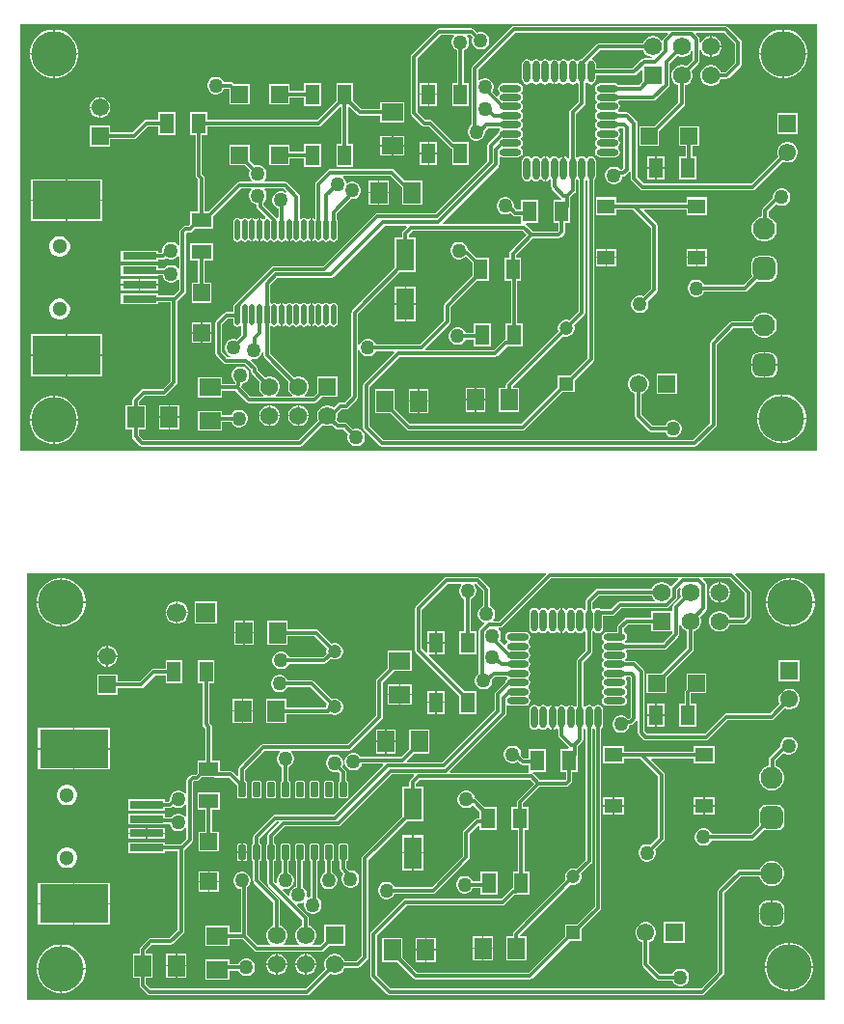
<source format=gtl>
G04*
G04 #@! TF.GenerationSoftware,Altium Limited,Altium Designer,23.10.1 (27)*
G04*
G04 Layer_Physical_Order=1*
G04 Layer_Color=255*
%FSLAX44Y44*%
%MOMM*%
G71*
G04*
G04 #@! TF.SameCoordinates,3B84DC82-68C0-41DF-859C-FDBE0299760B*
G04*
G04*
G04 #@! TF.FilePolarity,Positive*
G04*
G01*
G75*
%ADD10R,1.5000X1.5000*%
%ADD11R,1.2557X1.7582*%
%ADD12R,1.5057X1.8582*%
G04:AMPARAMS|DCode=13|XSize=1.31mm|YSize=0.62mm|CornerRadius=0.0775mm|HoleSize=0mm|Usage=FLASHONLY|Rotation=90.000|XOffset=0mm|YOffset=0mm|HoleType=Round|Shape=RoundedRectangle|*
%AMROUNDEDRECTD13*
21,1,1.3100,0.4650,0,0,90.0*
21,1,1.1550,0.6200,0,0,90.0*
1,1,0.1550,0.2325,0.5775*
1,1,0.1550,0.2325,-0.5775*
1,1,0.1550,-0.2325,-0.5775*
1,1,0.1550,-0.2325,0.5775*
%
%ADD13ROUNDEDRECTD13*%
%ADD14R,1.5000X1.5000*%
%ADD15R,1.8582X1.5057*%
%ADD16R,3.0000X0.7000*%
%ADD17R,6.0400X3.4000*%
%ADD18R,1.7582X1.2557*%
%ADD19R,1.5500X1.3000*%
%ADD20O,0.6000X1.9500*%
%ADD21O,1.9500X0.6000*%
%ADD22R,1.6000X2.8000*%
%ADD23C,0.3200*%
%ADD24O,0.4500X1.8500*%
%ADD25C,1.5700*%
%ADD26R,1.5700X1.5700*%
%ADD27R,1.7000X1.7000*%
%ADD28C,1.7000*%
%ADD29C,1.2000*%
%ADD30C,1.3000*%
%ADD31C,1.9500*%
G04:AMPARAMS|DCode=32|XSize=1.95mm|YSize=1.95mm|CornerRadius=0.4875mm|HoleSize=0mm|Usage=FLASHONLY|Rotation=90.000|XOffset=0mm|YOffset=0mm|HoleType=Round|Shape=RoundedRectangle|*
%AMROUNDEDRECTD32*
21,1,1.9500,0.9750,0,0,90.0*
21,1,0.9750,1.9500,0,0,90.0*
1,1,0.9750,0.4875,0.4875*
1,1,0.9750,0.4875,-0.4875*
1,1,0.9750,-0.4875,-0.4875*
1,1,0.9750,-0.4875,0.4875*
%
%ADD32ROUNDEDRECTD32*%
%ADD33R,1.5500X1.5500*%
%ADD34C,1.5500*%
%ADD35R,1.5500X1.5500*%
%ADD36R,1.2000X1.2000*%
%ADD37C,4.0000*%
%ADD38C,0.5500*%
%ADD39C,1.2700*%
G36*
X766311Y549409D02*
X66809D01*
Y923791D01*
X766311D01*
Y549409D01*
D02*
G37*
G36*
X644542Y436590D02*
X638800Y430849D01*
X638765Y430814D01*
X637300Y430907D01*
X637218Y431050D01*
X635520Y432748D01*
X633440Y433949D01*
X631121Y434570D01*
X628719D01*
X626400Y433949D01*
X624320Y432748D01*
X622622Y431050D01*
X621422Y428970D01*
X621262Y428376D01*
X574040D01*
X572920Y428153D01*
X571971Y427519D01*
X564031Y419579D01*
X563396Y418630D01*
X563174Y417510D01*
Y410570D01*
X563022Y410468D01*
X562735Y410040D01*
X561465D01*
X561179Y410468D01*
X559766Y411412D01*
X558100Y411744D01*
X556434Y411412D01*
X555022Y410468D01*
X554735Y410040D01*
X553465D01*
X553178Y410468D01*
X551766Y411412D01*
X550100Y411744D01*
X548434Y411412D01*
X547021Y410468D01*
X546735Y410040D01*
X545465D01*
X545178Y410468D01*
X543766Y411412D01*
X542735Y411617D01*
Y400640D01*
Y389663D01*
X543766Y389868D01*
X545178Y390812D01*
X545465Y391240D01*
X546735D01*
X547021Y390812D01*
X548434Y389868D01*
X550100Y389536D01*
X551766Y389868D01*
X553178Y390812D01*
X553465Y391240D01*
X554735D01*
X555022Y390812D01*
X556434Y389868D01*
X558100Y389536D01*
X559766Y389868D01*
X561179Y390812D01*
X561339Y391052D01*
X562640Y391133D01*
X563494Y390285D01*
Y374592D01*
X556031Y367129D01*
X555396Y366180D01*
X555174Y365060D01*
Y325570D01*
X555022Y325468D01*
X554735Y325040D01*
X553465D01*
X553178Y325468D01*
X551766Y326412D01*
X550735Y326617D01*
Y315640D01*
X549465D01*
Y326617D01*
X548434Y326412D01*
X547021Y325468D01*
X546735Y325040D01*
X545465D01*
X545178Y325468D01*
X543766Y326412D01*
X542100Y326744D01*
X540434Y326412D01*
X539021Y325468D01*
X538735Y325040D01*
X537465D01*
X537178Y325468D01*
X535766Y326412D01*
X534735Y326617D01*
Y315640D01*
Y304663D01*
X535766Y304868D01*
X537178Y305812D01*
X538569Y305778D01*
X539174Y305152D01*
Y299910D01*
X539397Y298790D01*
X540031Y297841D01*
X548200Y289672D01*
X548515Y289461D01*
X548130Y288191D01*
X541134D01*
Y268069D01*
X545756D01*
Y261604D01*
X544888Y260736D01*
X523182D01*
X517689Y266229D01*
X516837Y266799D01*
X516826Y266891D01*
X517611Y268069D01*
X528206D01*
Y288191D01*
X513109D01*
Y279786D01*
X509243D01*
X506730Y282299D01*
Y284213D01*
X506211Y286151D01*
X505207Y287889D01*
X503789Y289307D01*
X502051Y290311D01*
X500113Y290830D01*
X498107D01*
X496169Y290311D01*
X494431Y289307D01*
X493013Y287889D01*
X492009Y286151D01*
X491490Y284213D01*
Y282207D01*
X492009Y280269D01*
X493013Y278531D01*
X494431Y277113D01*
X496169Y276109D01*
X498107Y275590D01*
X500113D01*
X502051Y276109D01*
X503694Y277058D01*
X505961Y274791D01*
X506911Y274156D01*
X508031Y273934D01*
X513109D01*
Y268356D01*
X513109Y268069D01*
X512415Y267086D01*
X444426D01*
X443940Y268260D01*
X492949Y317268D01*
X493583Y318218D01*
X493806Y319338D01*
Y325691D01*
X494926Y326290D01*
X495184Y326118D01*
X496850Y325786D01*
X510350D01*
X512016Y326118D01*
X513428Y327062D01*
X514372Y328474D01*
X514704Y330140D01*
X514372Y331806D01*
X513428Y333218D01*
X513000Y333505D01*
Y334775D01*
X513428Y335061D01*
X514372Y336474D01*
X514704Y338140D01*
X514372Y339806D01*
X513428Y341218D01*
X513000Y341505D01*
Y342775D01*
X513428Y343061D01*
X514372Y344474D01*
X514704Y346140D01*
X514372Y347806D01*
X513428Y349218D01*
X513000Y349505D01*
Y350775D01*
X513428Y351062D01*
X514372Y352474D01*
X514704Y354140D01*
X514372Y355806D01*
X513428Y357219D01*
X513000Y357505D01*
Y358775D01*
X513428Y359062D01*
X514372Y360474D01*
X514704Y362140D01*
X514372Y363806D01*
X513428Y365219D01*
X513000Y365505D01*
Y366775D01*
X513428Y367062D01*
X514372Y368474D01*
X514704Y370140D01*
X514372Y371806D01*
X513428Y373218D01*
X513000Y373505D01*
Y374775D01*
X513428Y375061D01*
X514372Y376474D01*
X514704Y378140D01*
X514372Y379806D01*
X513428Y381218D01*
X513000Y381505D01*
Y382775D01*
X513428Y383061D01*
X514372Y384474D01*
X514704Y386140D01*
X514372Y387806D01*
X513428Y389218D01*
X512016Y390162D01*
X510350Y390494D01*
X496850D01*
X495184Y390162D01*
X493772Y389218D01*
X492828Y387806D01*
X492496Y386140D01*
X492828Y384474D01*
X493772Y383061D01*
X494200Y382775D01*
Y381505D01*
X493772Y381218D01*
X492828Y379806D01*
X492791Y379620D01*
X491575Y379252D01*
X487694Y383133D01*
X488431Y384409D01*
X488950Y386347D01*
Y388353D01*
X488431Y390291D01*
X487427Y392029D01*
X486473Y392984D01*
X486999Y394254D01*
X488620D01*
X489740Y394477D01*
X490689Y395111D01*
X533342Y437764D01*
X644056D01*
X644542Y436590D01*
D02*
G37*
G36*
X621422Y421930D02*
X622622Y419850D01*
X623936Y418536D01*
X623410Y417266D01*
X593410D01*
X592290Y417043D01*
X591341Y416409D01*
X585528Y410596D01*
X576987D01*
X575766Y411412D01*
X574100Y411744D01*
X572434Y411412D01*
X571021Y410468D01*
X569631Y410502D01*
X569026Y411128D01*
Y416298D01*
X575252Y422524D01*
X621262D01*
X621422Y421930D01*
D02*
G37*
G36*
X772661Y68079D02*
X73159D01*
Y442461D01*
X528103D01*
X528589Y441288D01*
X487408Y400106D01*
X482529D01*
X482003Y401376D01*
X482347Y401721D01*
X483351Y403459D01*
X483870Y405397D01*
Y407403D01*
X483351Y409341D01*
X482347Y411079D01*
X480929Y412497D01*
X479191Y413501D01*
X479176Y413505D01*
Y427990D01*
X478954Y429110D01*
X478319Y430059D01*
X470369Y438009D01*
X469420Y438643D01*
X468300Y438866D01*
X441020D01*
X439900Y438643D01*
X438951Y438009D01*
X414491Y413549D01*
X413857Y412600D01*
X413634Y411480D01*
Y374665D01*
X413857Y373545D01*
X414491Y372596D01*
X452234Y334853D01*
Y318869D01*
X467331D01*
Y338991D01*
X456372D01*
X425598Y369766D01*
X426084Y370939D01*
X431123D01*
Y380365D01*
X424209D01*
Y372814D01*
X423036Y372328D01*
X419486Y375877D01*
Y410268D01*
X442232Y433014D01*
X453461D01*
X453987Y431744D01*
X453643Y431399D01*
X452639Y429661D01*
X452120Y427723D01*
Y425717D01*
X452639Y423779D01*
X453643Y422041D01*
X455061Y420622D01*
X456799Y419619D01*
X456814Y419615D01*
Y391061D01*
X452234D01*
Y370939D01*
X467331D01*
Y391061D01*
X462666D01*
Y419615D01*
X462681Y419619D01*
X464419Y420622D01*
X465838Y422041D01*
X466841Y423779D01*
X467360Y425717D01*
Y427723D01*
X466841Y429661D01*
X465838Y431399D01*
X465592Y431644D01*
X466045Y432785D01*
X467192Y432910D01*
X473324Y426778D01*
Y413505D01*
X473309Y413501D01*
X471571Y412497D01*
X470153Y411079D01*
X469149Y409341D01*
X468630Y407403D01*
Y405397D01*
X469149Y403459D01*
X470153Y401721D01*
X471571Y400303D01*
X473309Y399299D01*
X474095Y399089D01*
X474475Y397672D01*
X470041Y393238D01*
X469407Y392289D01*
X469184Y391169D01*
Y354166D01*
X469031Y354077D01*
X467612Y352659D01*
X466609Y350921D01*
X466090Y348983D01*
Y346977D01*
X466609Y345039D01*
X467612Y343301D01*
X469031Y341883D01*
X470769Y340879D01*
X472707Y340360D01*
X474713D01*
X476651Y340879D01*
X478389Y341883D01*
X479808Y343301D01*
X480811Y345039D01*
X481330Y346977D01*
Y348891D01*
X483653Y351214D01*
X493670D01*
X493772Y351062D01*
X494200Y350775D01*
Y349505D01*
X493772Y349218D01*
X492828Y347806D01*
X492518Y346247D01*
X484341Y338071D01*
X483707Y337121D01*
X483484Y336002D01*
Y322401D01*
X437598Y276515D01*
X406788D01*
X406302Y277688D01*
X412692Y284079D01*
X426151D01*
Y305201D01*
X408554D01*
Y288217D01*
X401322Y280985D01*
X365827D01*
X365508Y281539D01*
X364089Y282957D01*
X362351Y283961D01*
X360413Y284480D01*
X358407D01*
X356469Y283961D01*
X354731Y282957D01*
X353312Y281539D01*
X352309Y279801D01*
X351790Y277863D01*
Y275857D01*
X352309Y273919D01*
X353312Y272181D01*
X354731Y270763D01*
X356469Y269759D01*
X358407Y269240D01*
X360413D01*
X362351Y269759D01*
X364089Y270763D01*
X365508Y272181D01*
X366511Y273919D01*
X366836Y275133D01*
X384905D01*
X385391Y273959D01*
X341688Y230256D01*
X290830D01*
X289710Y230033D01*
X288761Y229399D01*
X272251Y212889D01*
X271616Y211940D01*
X271394Y210820D01*
Y205030D01*
X271197Y204991D01*
X270521Y204539D01*
X270069Y203863D01*
X269910Y203065D01*
Y191515D01*
X270069Y190717D01*
X270521Y190041D01*
X271197Y189589D01*
X271394Y189550D01*
Y172720D01*
X271616Y171600D01*
X272251Y170651D01*
X289174Y153728D01*
Y133118D01*
X288580Y132958D01*
X286500Y131758D01*
X284802Y130060D01*
X283601Y127980D01*
X282980Y125661D01*
Y123259D01*
X283601Y120940D01*
X284802Y118860D01*
X286436Y117226D01*
X286415Y116936D01*
X286049Y115956D01*
X275532D01*
X266294Y125195D01*
Y166620D01*
X266299Y166623D01*
X267717Y168041D01*
X268721Y169779D01*
X269240Y171717D01*
Y173723D01*
X268721Y175661D01*
X267717Y177399D01*
X266299Y178818D01*
X264561Y179821D01*
X262623Y180340D01*
X260617D01*
X258679Y179821D01*
X256941Y178818D01*
X255522Y177399D01*
X254519Y175661D01*
X254000Y173723D01*
Y171717D01*
X254519Y169779D01*
X255522Y168041D01*
X256941Y166623D01*
X258679Y165619D01*
X260441Y165147D01*
Y126909D01*
X250591D01*
Y132781D01*
X229469D01*
Y115184D01*
X250591D01*
Y121056D01*
X262155D01*
X272251Y110961D01*
X273200Y110326D01*
X274320Y110104D01*
X331470D01*
X332590Y110326D01*
X333539Y110961D01*
X337918Y115340D01*
X352020D01*
Y133580D01*
X333780D01*
Y119478D01*
X330258Y115956D01*
X323551D01*
X323185Y116936D01*
X323164Y117226D01*
X324798Y118860D01*
X325998Y120940D01*
X326620Y123259D01*
Y125661D01*
X325998Y127980D01*
X324798Y130060D01*
X323100Y131758D01*
X321020Y132958D01*
X320426Y133118D01*
Y139700D01*
X320204Y140820D01*
X319569Y141769D01*
X310208Y151130D01*
X310734Y152400D01*
X312153D01*
X314091Y152919D01*
X315315Y153626D01*
X316406Y152789D01*
X316230Y152133D01*
Y150127D01*
X316749Y148189D01*
X317752Y146451D01*
X319171Y145033D01*
X320909Y144029D01*
X322847Y143510D01*
X324853D01*
X326791Y144029D01*
X328529Y145033D01*
X329948Y146451D01*
X330951Y148189D01*
X331470Y150127D01*
Y152133D01*
X330951Y154071D01*
X329948Y155809D01*
X328529Y157227D01*
X328046Y157506D01*
Y189550D01*
X328243Y189589D01*
X328919Y190041D01*
X329371Y190717D01*
X329530Y191515D01*
Y203065D01*
X329371Y203863D01*
X328919Y204539D01*
X328243Y204991D01*
X327445Y205150D01*
X322795D01*
X321997Y204991D01*
X321321Y204539D01*
X320869Y203863D01*
X320710Y203065D01*
Y191515D01*
X320869Y190717D01*
X321321Y190041D01*
X321997Y189589D01*
X322194Y189550D01*
Y158575D01*
X320909Y158231D01*
X319685Y157524D01*
X318594Y158361D01*
X318770Y159017D01*
Y161023D01*
X318251Y162961D01*
X317248Y164699D01*
X315829Y166117D01*
X314711Y166763D01*
Y189430D01*
X314745D01*
X315543Y189589D01*
X316219Y190041D01*
X316671Y190717D01*
X316830Y191515D01*
Y203065D01*
X316671Y203863D01*
X316219Y204539D01*
X315543Y204991D01*
X314745Y205150D01*
X310095D01*
X309297Y204991D01*
X308621Y204539D01*
X308169Y203863D01*
X308010Y203065D01*
Y191515D01*
X308169Y190717D01*
X308621Y190041D01*
X308859Y189881D01*
Y167295D01*
X308209Y167121D01*
X306471Y166117D01*
X305053Y164699D01*
X304049Y162961D01*
X303530Y161023D01*
Y159604D01*
X302260Y159078D01*
X297127Y164211D01*
X297785Y165350D01*
X298717Y165100D01*
X300723D01*
X302661Y165619D01*
X304399Y166623D01*
X305818Y168041D01*
X306821Y169779D01*
X307340Y171717D01*
Y173723D01*
X306821Y175661D01*
X305818Y177399D01*
X304399Y178818D01*
X302661Y179821D01*
X302646Y179825D01*
Y189550D01*
X302843Y189589D01*
X303519Y190041D01*
X303971Y190717D01*
X304130Y191515D01*
Y203065D01*
X303971Y203863D01*
X303519Y204539D01*
X302843Y204991D01*
X302045Y205150D01*
X297395D01*
X296597Y204991D01*
X295921Y204539D01*
X295469Y203863D01*
X295310Y203065D01*
Y191515D01*
X295469Y190717D01*
X295921Y190041D01*
X296597Y189589D01*
X296794Y189550D01*
Y179825D01*
X296779Y179821D01*
X295041Y178818D01*
X293622Y177399D01*
X292619Y175661D01*
X292100Y173723D01*
Y171717D01*
X292350Y170785D01*
X291211Y170127D01*
X289946Y171392D01*
Y189550D01*
X290143Y189589D01*
X290819Y190041D01*
X291271Y190717D01*
X291430Y191515D01*
Y203065D01*
X291271Y203863D01*
X290819Y204539D01*
X290143Y204991D01*
X289946Y205030D01*
Y210947D01*
X298933Y219934D01*
X346062D01*
X347181Y220156D01*
X348131Y220791D01*
X393044Y265704D01*
X412306D01*
X412792Y264530D01*
X409411Y261149D01*
X408777Y260200D01*
X408554Y259080D01*
Y255210D01*
X402210D01*
Y228808D01*
X367501Y194099D01*
X366866Y193150D01*
X366644Y192030D01*
Y106622D01*
X362008Y101986D01*
X351558D01*
X351399Y102580D01*
X350198Y104660D01*
X348500Y106358D01*
X346420Y107558D01*
X344101Y108180D01*
X341699D01*
X339380Y107558D01*
X337300Y106358D01*
X335602Y104660D01*
X334402Y102580D01*
X333780Y100261D01*
Y97859D01*
X334402Y95540D01*
X334709Y95007D01*
X317558Y77856D01*
X181552D01*
X177394Y82015D01*
Y87229D01*
X183266D01*
Y108351D01*
X177394D01*
Y111025D01*
X182822Y116454D01*
X199390D01*
X200510Y116677D01*
X201459Y117311D01*
X210349Y126201D01*
X210984Y127150D01*
X211206Y128270D01*
Y199448D01*
X217969Y206211D01*
X218603Y207160D01*
X218826Y208280D01*
Y259138D01*
X219375Y259687D01*
X221958D01*
X223078Y259909D01*
X224027Y260544D01*
X226487Y263004D01*
X236806D01*
X237089Y262948D01*
X250274D01*
X257210Y256012D01*
Y246515D01*
X257369Y245717D01*
X257821Y245041D01*
X258497Y244589D01*
X259295Y244430D01*
X263945D01*
X264743Y244589D01*
X265419Y245041D01*
X265871Y245717D01*
X266030Y246515D01*
Y258065D01*
X265871Y258863D01*
X265419Y259539D01*
X264743Y259991D01*
X264546Y260030D01*
Y269298D01*
X281882Y286634D01*
X294469D01*
X294823Y285931D01*
X294907Y285364D01*
X293622Y284079D01*
X292619Y282341D01*
X292100Y280403D01*
Y278397D01*
X292619Y276459D01*
X293622Y274721D01*
X295041Y273302D01*
X296779Y272299D01*
X296794Y272295D01*
Y260030D01*
X296597Y259991D01*
X295921Y259539D01*
X295469Y258863D01*
X295310Y258065D01*
Y246515D01*
X295469Y245717D01*
X295921Y245041D01*
X296597Y244589D01*
X297395Y244430D01*
X302045D01*
X302843Y244589D01*
X303519Y245041D01*
X303971Y245717D01*
X304130Y246515D01*
Y258065D01*
X303971Y258863D01*
X303519Y259539D01*
X302843Y259991D01*
X302646Y260030D01*
Y272295D01*
X302661Y272299D01*
X304399Y273302D01*
X305818Y274721D01*
X306821Y276459D01*
X307340Y278397D01*
Y280403D01*
X306821Y282341D01*
X305818Y284079D01*
X304533Y285364D01*
X304617Y285931D01*
X304971Y286634D01*
X355600D01*
X356720Y286856D01*
X357669Y287491D01*
X384339Y314161D01*
X384973Y315110D01*
X385196Y316230D01*
Y346290D01*
X394428Y355522D01*
X395062Y356471D01*
X395065Y356484D01*
X410611D01*
Y374081D01*
X389489D01*
Y359637D01*
X389433Y359354D01*
Y358803D01*
X380201Y349572D01*
X379566Y348622D01*
X379344Y347502D01*
Y317442D01*
X354388Y292486D01*
X280670D01*
X279550Y292264D01*
X278601Y291629D01*
X259551Y272579D01*
X258916Y271630D01*
X258694Y270510D01*
Y264464D01*
X257520Y263978D01*
X253555Y267943D01*
X252606Y268577D01*
X251486Y268800D01*
X242471D01*
Y278101D01*
X235336D01*
Y307340D01*
X235114Y308460D01*
X234479Y309409D01*
X232881Y311007D01*
Y345539D01*
X237504D01*
Y365661D01*
X222406D01*
Y345539D01*
X227029D01*
Y309795D01*
X227251Y308675D01*
X227886Y307726D01*
X229484Y306128D01*
Y278101D01*
X222349D01*
Y267142D01*
X220746Y265539D01*
X218163D01*
X217043Y265316D01*
X216094Y264682D01*
X213831Y262419D01*
X213197Y261470D01*
X212974Y260350D01*
Y249091D01*
X212271Y248737D01*
X211704Y248653D01*
X210419Y249937D01*
X208681Y250941D01*
X206743Y251460D01*
X204737D01*
X202799Y250941D01*
X201061Y249937D01*
X199643Y248519D01*
X198639Y246781D01*
X198120Y244843D01*
Y242929D01*
X197017Y241826D01*
X194220D01*
Y243670D01*
X161680D01*
Y234130D01*
X194220D01*
Y235974D01*
X198229D01*
X199349Y236196D01*
X200299Y236831D01*
X201156Y237688D01*
X202799Y236739D01*
X204737Y236220D01*
X206743D01*
X208681Y236739D01*
X210419Y237743D01*
X211704Y239027D01*
X212271Y238943D01*
X212974Y238589D01*
Y228771D01*
X212271Y228417D01*
X211704Y228333D01*
X210419Y229618D01*
X208681Y230621D01*
X206743Y231140D01*
X204737D01*
X202799Y230621D01*
X201061Y229618D01*
X199643Y228199D01*
X199462Y227886D01*
X194220D01*
Y231170D01*
X161680D01*
Y221630D01*
X194220D01*
Y222034D01*
X198249D01*
X198639Y220579D01*
X199643Y218841D01*
X201061Y217423D01*
X202799Y216419D01*
X204737Y215900D01*
X206743D01*
X208681Y216419D01*
X210419Y217423D01*
X211704Y218707D01*
X212271Y218623D01*
X212974Y218269D01*
Y209492D01*
X207764Y204282D01*
X207540Y204326D01*
X194220D01*
Y206170D01*
X161680D01*
Y196630D01*
X194220D01*
Y198474D01*
X205354D01*
Y129482D01*
X198178Y122306D01*
X181610D01*
X180490Y122084D01*
X179541Y121449D01*
X172398Y114307D01*
X171764Y113357D01*
X171541Y112238D01*
Y108351D01*
X165669D01*
Y87229D01*
X171541D01*
Y80802D01*
X171764Y79683D01*
X172398Y78733D01*
X178271Y72861D01*
X179220Y72227D01*
X180340Y72004D01*
X318770D01*
X319890Y72227D01*
X320839Y72861D01*
X338847Y90869D01*
X339380Y90562D01*
X341699Y89940D01*
X344101D01*
X346420Y90562D01*
X348500Y91762D01*
X350198Y93460D01*
X351399Y95540D01*
X351558Y96134D01*
X363220D01*
X364340Y96356D01*
X365289Y96991D01*
X371639Y103341D01*
X372273Y104290D01*
X372496Y105410D01*
Y190818D01*
X406348Y224670D01*
X420750D01*
Y255210D01*
X414406D01*
Y257868D01*
X417772Y261234D01*
X514408D01*
X517832Y257810D01*
X503476Y243454D01*
X502841Y242505D01*
X502619Y241385D01*
Y237391D01*
X497996D01*
Y217269D01*
X503846D01*
Y180241D01*
X499224D01*
Y165844D01*
X498461Y165692D01*
X497512Y165058D01*
X489050Y156596D01*
X405130D01*
X404010Y156374D01*
X403061Y155739D01*
X375121Y127799D01*
X374487Y126850D01*
X374264Y125730D01*
Y88900D01*
X374487Y87780D01*
X375121Y86831D01*
X389091Y72861D01*
X390040Y72227D01*
X391160Y72004D01*
X665480D01*
X666600Y72227D01*
X667549Y72861D01*
X684059Y89371D01*
X684694Y90320D01*
X684916Y91440D01*
Y161348D01*
X699712Y176144D01*
X715665D01*
X716171Y174256D01*
X717622Y171744D01*
X719674Y169692D01*
X722186Y168241D01*
X724989Y167490D01*
X727891D01*
X730694Y168241D01*
X733206Y169692D01*
X735258Y171744D01*
X736709Y174256D01*
X737460Y177059D01*
Y179961D01*
X736709Y182764D01*
X735258Y185276D01*
X733206Y187328D01*
X730694Y188779D01*
X727891Y189530D01*
X724989D01*
X722186Y188779D01*
X719674Y187328D01*
X717622Y185276D01*
X716171Y182764D01*
X715965Y181996D01*
X698500D01*
X697380Y181773D01*
X696431Y181139D01*
X679921Y164629D01*
X679286Y163680D01*
X679064Y162560D01*
Y92652D01*
X664268Y77856D01*
X392372D01*
X380116Y90112D01*
Y124518D01*
X406342Y150744D01*
X490262D01*
X491382Y150967D01*
X492332Y151601D01*
X500793Y160063D01*
X502094D01*
X502377Y160119D01*
X514321D01*
Y180241D01*
X509699D01*
Y217269D01*
X513093D01*
Y237391D01*
X508471D01*
Y240173D01*
X523182Y254884D01*
X546100D01*
X547220Y255107D01*
X548169Y255741D01*
X550752Y258323D01*
X551386Y259273D01*
X551609Y260392D01*
Y268069D01*
X556231D01*
Y282526D01*
X556287Y282809D01*
Y290529D01*
X560169Y294411D01*
X560803Y295360D01*
X561026Y296480D01*
Y305710D01*
X561178Y305812D01*
X562569Y305778D01*
X563174Y305152D01*
Y190662D01*
X555122Y182610D01*
X553407Y183070D01*
X551493D01*
X549644Y182575D01*
X547986Y181617D01*
X546633Y180264D01*
X545675Y178606D01*
X545180Y176757D01*
Y174843D01*
X545639Y173128D01*
X500373Y127862D01*
X499739Y126912D01*
X499516Y125792D01*
Y123591D01*
X493644D01*
Y102469D01*
X511241D01*
Y123591D01*
X506046D01*
X505649Y124861D01*
X549778Y168990D01*
X551493Y168530D01*
X553407D01*
X555256Y169025D01*
X556914Y169983D01*
X558267Y171336D01*
X559225Y172994D01*
X559720Y174843D01*
Y176757D01*
X559260Y178472D01*
X568169Y187381D01*
X568803Y188330D01*
X569026Y189450D01*
Y305710D01*
X569178Y305812D01*
X570569Y305778D01*
X571174Y305152D01*
Y149862D01*
X555582Y134270D01*
X545180D01*
Y123868D01*
X513138Y91826D01*
X415695D01*
X402184Y105337D01*
Y122321D01*
X384586D01*
Y101199D01*
X398046D01*
X412414Y86831D01*
X413363Y86196D01*
X414483Y85974D01*
X514350D01*
X515470Y86196D01*
X516419Y86831D01*
X549318Y119730D01*
X559720D01*
Y130132D01*
X576169Y146581D01*
X576804Y147530D01*
X577026Y148650D01*
Y305710D01*
X577178Y305812D01*
X578122Y307224D01*
X578454Y308890D01*
Y322390D01*
X578122Y324056D01*
X577178Y325468D01*
X575766Y326412D01*
X574100Y326744D01*
X572434Y326412D01*
X571021Y325468D01*
X570735Y325040D01*
X569465D01*
X569179Y325468D01*
X567766Y326412D01*
X566100Y326744D01*
X564434Y326412D01*
X563022Y325468D01*
X561631Y325502D01*
X561026Y326128D01*
Y363848D01*
X568489Y371311D01*
X569123Y372260D01*
X569346Y373380D01*
Y391063D01*
X569465Y391240D01*
X570735D01*
X571021Y390812D01*
X572434Y389868D01*
X574100Y389536D01*
X575766Y389868D01*
X577178Y390812D01*
X578122Y392224D01*
X578454Y393890D01*
Y404744D01*
X586740D01*
X587860Y404967D01*
X588809Y405601D01*
X594622Y411414D01*
X633970D01*
X635090Y411636D01*
X636039Y412271D01*
X642904Y419136D01*
X643539Y420085D01*
X643761Y421205D01*
Y427533D01*
X645705Y429476D01*
X646177Y429262D01*
X646758Y428734D01*
X646200Y426651D01*
Y424249D01*
X646822Y421930D01*
X647129Y421397D01*
X640551Y414819D01*
X639916Y413870D01*
X639694Y412750D01*
Y410169D01*
X639040Y409170D01*
X620800D01*
Y402976D01*
X599440D01*
X598320Y402753D01*
X597371Y402119D01*
X591681Y396429D01*
X591046Y395480D01*
X590824Y394360D01*
Y390494D01*
X581850D01*
X580184Y390162D01*
X578772Y389218D01*
X577828Y387806D01*
X577496Y386140D01*
X577828Y384474D01*
X578772Y383061D01*
X579200Y382775D01*
Y381505D01*
X578772Y381218D01*
X577828Y379806D01*
X577496Y378140D01*
X577828Y376474D01*
X578772Y375061D01*
X579200Y374775D01*
Y373505D01*
X578772Y373218D01*
X577828Y371806D01*
X577496Y370140D01*
X577828Y368474D01*
X578772Y367062D01*
X579200Y366775D01*
Y365505D01*
X578772Y365219D01*
X577828Y363806D01*
X577496Y362140D01*
X577828Y360474D01*
X578772Y359062D01*
X579200Y358775D01*
Y357505D01*
X578772Y357219D01*
X577828Y355806D01*
X577496Y354140D01*
X577828Y352474D01*
X578772Y351062D01*
X579200Y350775D01*
Y349505D01*
X578772Y349218D01*
X577828Y347806D01*
X577496Y346140D01*
X577828Y344474D01*
X578772Y343061D01*
X579200Y342775D01*
Y341505D01*
X578772Y341218D01*
X577828Y339806D01*
X577496Y338140D01*
X577828Y336474D01*
X578772Y335061D01*
X579200Y334775D01*
Y333505D01*
X578772Y333218D01*
X577828Y331806D01*
X577496Y330140D01*
X577828Y328474D01*
X578772Y327062D01*
X580184Y326118D01*
X581850Y325786D01*
X595350D01*
X597016Y326118D01*
X598428Y327062D01*
X599372Y328474D01*
X599704Y330140D01*
X599372Y331806D01*
X598428Y333218D01*
X598000Y333505D01*
Y334775D01*
X598428Y335061D01*
X599372Y336474D01*
X599704Y338140D01*
X599372Y339806D01*
X598428Y341218D01*
X598000Y341505D01*
Y342775D01*
X598428Y343061D01*
X599372Y344474D01*
X599704Y346140D01*
X599372Y347806D01*
X598428Y349218D01*
X598462Y350609D01*
X599088Y351214D01*
X602228D01*
X602864Y350578D01*
Y316172D01*
X601316Y314624D01*
X600392D01*
X599039Y315977D01*
X597301Y316981D01*
X595363Y317500D01*
X593357D01*
X591419Y316981D01*
X589681Y315977D01*
X588262Y314559D01*
X587259Y312821D01*
X586740Y310883D01*
Y308877D01*
X587259Y306939D01*
X588262Y305201D01*
X589681Y303783D01*
X591419Y302779D01*
X593357Y302260D01*
X595363D01*
X597301Y302779D01*
X599039Y303783D01*
X600457Y305201D01*
X601461Y306939D01*
X601952Y308771D01*
X602528D01*
X603647Y308994D01*
X604597Y309629D01*
X607859Y312891D01*
X607944Y313018D01*
X609214Y312632D01*
Y302260D01*
X609436Y301140D01*
X610071Y300191D01*
X613881Y296381D01*
X614830Y295746D01*
X615950Y295524D01*
X668920D01*
X670040Y295746D01*
X670989Y296381D01*
X687912Y313304D01*
X726410D01*
X727530Y313526D01*
X728479Y314161D01*
X737870Y323552D01*
X738368Y323265D01*
X740663Y322650D01*
X743037D01*
X745332Y323265D01*
X747388Y324452D01*
X749068Y326132D01*
X750255Y328188D01*
X750870Y330482D01*
Y332858D01*
X750255Y335152D01*
X749068Y337208D01*
X747388Y338888D01*
X745332Y340075D01*
X743037Y340690D01*
X740663D01*
X738368Y340075D01*
X736312Y338888D01*
X734632Y337208D01*
X733445Y335152D01*
X732830Y332858D01*
Y330482D01*
X733445Y328188D01*
X733732Y327691D01*
X725198Y319156D01*
X686700D01*
X685580Y318934D01*
X684631Y318299D01*
X667708Y301376D01*
X617162D01*
X615066Y303472D01*
Y355600D01*
X614843Y356720D01*
X614209Y357669D01*
X607669Y364209D01*
X606720Y364843D01*
X605600Y365066D01*
X598530D01*
X598428Y365219D01*
X598000Y365505D01*
Y366775D01*
X598428Y367062D01*
X599372Y368474D01*
X599704Y370140D01*
X599372Y371806D01*
X598428Y373218D01*
X598462Y374609D01*
X599088Y375214D01*
X632140D01*
X633260Y375437D01*
X634209Y376071D01*
X644689Y386551D01*
X645323Y387500D01*
X645546Y388620D01*
Y396382D01*
X646816Y396549D01*
X646822Y396530D01*
X648022Y394450D01*
X649720Y392752D01*
X651800Y391552D01*
X652394Y391392D01*
Y376572D01*
X630032Y354210D01*
X616630D01*
Y336670D01*
X634170D01*
Y350072D01*
X657389Y373291D01*
X658024Y374240D01*
X658246Y375360D01*
Y391392D01*
X658840Y391552D01*
X660920Y392752D01*
X662618Y394450D01*
X663819Y396530D01*
X664440Y398849D01*
Y401251D01*
X663819Y403570D01*
X663511Y404103D01*
X668819Y409411D01*
X669454Y410360D01*
X669676Y411480D01*
Y431800D01*
X669454Y432920D01*
X668819Y433869D01*
X666098Y436590D01*
X666584Y437764D01*
X689668D01*
X703194Y424238D01*
Y405072D01*
X701098Y402976D01*
X689378D01*
X689219Y403570D01*
X688018Y405650D01*
X686320Y407348D01*
X684240Y408549D01*
X681921Y409170D01*
X679519D01*
X677200Y408549D01*
X675120Y407348D01*
X673422Y405650D01*
X672222Y403570D01*
X671600Y401251D01*
Y398849D01*
X672222Y396530D01*
X673422Y394450D01*
X675120Y392752D01*
X677200Y391552D01*
X679519Y390930D01*
X681921D01*
X684240Y391552D01*
X686320Y392752D01*
X688018Y394450D01*
X689219Y396530D01*
X689378Y397124D01*
X702310D01*
X703430Y397346D01*
X704379Y397981D01*
X708189Y401791D01*
X708823Y402740D01*
X709046Y403860D01*
Y425450D01*
X708823Y426570D01*
X708189Y427519D01*
X694421Y441288D01*
X694907Y442461D01*
X772661D01*
Y68079D01*
D02*
G37*
G36*
X620800Y390930D02*
X639040D01*
X639694Y389931D01*
Y389832D01*
X630928Y381066D01*
X598530D01*
X598428Y381218D01*
X598000Y381505D01*
Y382775D01*
X598428Y383061D01*
X599372Y384474D01*
X599704Y386140D01*
X599372Y387806D01*
X598428Y389218D01*
X597016Y390162D01*
X596676Y390230D01*
Y393148D01*
X600652Y397124D01*
X620800D01*
Y390930D01*
D02*
G37*
G36*
X293953Y223230D02*
X284951Y214228D01*
X284317Y213279D01*
X284094Y212159D01*
Y205030D01*
X283897Y204991D01*
X283221Y204539D01*
X282769Y203863D01*
X282610Y203065D01*
Y191515D01*
X282769Y190717D01*
X283221Y190041D01*
X283897Y189589D01*
X284094Y189550D01*
Y170180D01*
X284317Y169060D01*
X284951Y168111D01*
X314574Y138488D01*
Y133118D01*
X313980Y132958D01*
X311900Y131758D01*
X310202Y130060D01*
X309002Y127980D01*
X308380Y125661D01*
Y123259D01*
X309002Y120940D01*
X310202Y118860D01*
X311836Y117226D01*
X311815Y116936D01*
X311449Y115956D01*
X298151D01*
X297785Y116936D01*
X297764Y117226D01*
X299398Y118860D01*
X300599Y120940D01*
X301220Y123259D01*
Y125661D01*
X300599Y127980D01*
X299398Y130060D01*
X297700Y131758D01*
X295620Y132958D01*
X295026Y133118D01*
Y154940D01*
X294804Y156060D01*
X294169Y157009D01*
X277246Y173932D01*
Y189550D01*
X277443Y189589D01*
X278119Y190041D01*
X278571Y190717D01*
X278730Y191515D01*
Y203065D01*
X278571Y203863D01*
X278119Y204539D01*
X277443Y204991D01*
X277246Y205030D01*
Y209608D01*
X292042Y224404D01*
X293467D01*
X293953Y223230D01*
D02*
G37*
%LPC*%
G36*
X674301Y913360D02*
X673735D01*
Y904875D01*
X682220D01*
Y905441D01*
X681599Y907760D01*
X680398Y909840D01*
X678700Y911538D01*
X676620Y912738D01*
X674301Y913360D01*
D02*
G37*
G36*
X463220Y920196D02*
X434670D01*
X433550Y919974D01*
X432601Y919339D01*
X410681Y897419D01*
X410047Y896470D01*
X409824Y895350D01*
Y845820D01*
X410047Y844700D01*
X410681Y843751D01*
X419571Y834861D01*
X420520Y834227D01*
X421640Y834004D01*
X425550D01*
X444172Y815382D01*
X445121Y814748D01*
X445884Y814596D01*
Y800199D01*
X460981D01*
Y820321D01*
X449037D01*
X448754Y820377D01*
X447453D01*
X428832Y838999D01*
X427882Y839633D01*
X426762Y839856D01*
X422852D01*
X415676Y847032D01*
Y894138D01*
X435882Y914344D01*
X447111D01*
X447637Y913074D01*
X447293Y912729D01*
X446289Y910991D01*
X445770Y909053D01*
Y907047D01*
X446289Y905109D01*
X447293Y903371D01*
X448711Y901953D01*
X450449Y900949D01*
X450464Y900945D01*
Y872391D01*
X445884D01*
Y852269D01*
X460981D01*
Y872391D01*
X456316D01*
Y900945D01*
X456331Y900949D01*
X458069Y901953D01*
X459487Y903371D01*
X460491Y905109D01*
X461010Y907047D01*
Y909053D01*
X460491Y910991D01*
X459487Y912729D01*
X459143Y913074D01*
X459669Y914344D01*
X462008D01*
X464077Y912275D01*
X464069Y912261D01*
X463550Y910323D01*
Y908317D01*
X464069Y906379D01*
X465073Y904641D01*
X466491Y903223D01*
X468229Y902219D01*
X470167Y901700D01*
X472173D01*
X474111Y902219D01*
X475849Y903223D01*
X477267Y904641D01*
X478271Y906379D01*
X478790Y908317D01*
Y910323D01*
X478271Y912261D01*
X477267Y913999D01*
X475849Y915417D01*
X474111Y916421D01*
X472173Y916940D01*
X470167D01*
X468229Y916421D01*
X468215Y916413D01*
X465289Y919339D01*
X464340Y919974D01*
X463220Y920196D01*
D02*
G37*
G36*
X738695Y919160D02*
X737235D01*
Y898525D01*
X757870D01*
Y899985D01*
X757053Y904094D01*
X755449Y907965D01*
X753121Y911449D01*
X750159Y914411D01*
X746675Y916739D01*
X742804Y918343D01*
X738695Y919160D01*
D02*
G37*
G36*
X735965D02*
X734505D01*
X730396Y918343D01*
X726525Y916739D01*
X723041Y914411D01*
X720079Y911449D01*
X717751Y907965D01*
X716147Y904094D01*
X715330Y899985D01*
Y898525D01*
X735965D01*
Y919160D01*
D02*
G37*
G36*
X98615D02*
X97155D01*
Y898525D01*
X117790D01*
Y899985D01*
X116973Y904094D01*
X115369Y907965D01*
X113041Y911449D01*
X110079Y914411D01*
X106595Y916739D01*
X102724Y918343D01*
X98615Y919160D01*
D02*
G37*
G36*
X95885D02*
X94425D01*
X90316Y918343D01*
X86445Y916739D01*
X82961Y914411D01*
X79998Y911449D01*
X77671Y907965D01*
X76067Y904094D01*
X75250Y899985D01*
Y898525D01*
X95885D01*
Y919160D01*
D02*
G37*
G36*
X682220Y903605D02*
X673735D01*
Y895120D01*
X674301D01*
X676620Y895742D01*
X678700Y896942D01*
X680398Y898640D01*
X681599Y900720D01*
X682220Y903039D01*
Y903605D01*
D02*
G37*
G36*
X685800Y922406D02*
X500380D01*
X499260Y922184D01*
X498311Y921549D01*
X463691Y886929D01*
X463056Y885980D01*
X462834Y884860D01*
Y835496D01*
X462681Y835407D01*
X461263Y833989D01*
X460259Y832251D01*
X459740Y830313D01*
Y828307D01*
X460259Y826369D01*
X461263Y824631D01*
X462681Y823213D01*
X464419Y822209D01*
X466357Y821690D01*
X468363D01*
X470301Y822209D01*
X472039Y823213D01*
X473457Y824631D01*
X474461Y826369D01*
X474980Y828307D01*
Y830221D01*
X477303Y832544D01*
X487320D01*
X487421Y832392D01*
X487850Y832105D01*
Y830835D01*
X487421Y830548D01*
X486478Y829136D01*
X486168Y827578D01*
X477991Y819401D01*
X477356Y818451D01*
X477134Y817331D01*
Y803731D01*
X431248Y757845D01*
X380269D01*
X379149Y757622D01*
X378200Y756988D01*
X332798Y711586D01*
X289519D01*
X288399Y711364D01*
X287450Y710729D01*
X256781Y680060D01*
X256212Y679209D01*
X256097Y679186D01*
X254932Y678408D01*
X254154Y677243D01*
X253881Y675870D01*
Y671103D01*
X247807D01*
X246687Y670880D01*
X245738Y670246D01*
X239231Y663739D01*
X238596Y662790D01*
X238374Y661670D01*
Y635000D01*
X238596Y633880D01*
X239231Y632931D01*
X245581Y626581D01*
X246530Y625947D01*
X247650Y625724D01*
X264218D01*
X269567Y620374D01*
Y619046D01*
X269790Y617927D01*
X270424Y616977D01*
X277559Y609843D01*
X277251Y609310D01*
X276630Y606991D01*
Y604589D01*
X277251Y602270D01*
X278452Y600190D01*
X280086Y598556D01*
X280065Y598266D01*
X279699Y597286D01*
X269182D01*
X261046Y605423D01*
X261236Y605707D01*
X261458Y606827D01*
Y608358D01*
X263291Y608849D01*
X265029Y609852D01*
X266448Y611271D01*
X267451Y613009D01*
X267970Y614947D01*
Y616953D01*
X267451Y618891D01*
X266448Y620629D01*
X265029Y622048D01*
X263291Y623051D01*
X261353Y623570D01*
X259347D01*
X257409Y623051D01*
X255671Y622048D01*
X254252Y620629D01*
X253249Y618891D01*
X252730Y616953D01*
Y614947D01*
X253249Y613009D01*
X254252Y611271D01*
X255606Y609918D01*
Y608239D01*
X244241D01*
Y614111D01*
X223119D01*
Y596514D01*
X244241D01*
Y602386D01*
X255805D01*
X265901Y592291D01*
X266850Y591656D01*
X267970Y591434D01*
X325120D01*
X326240Y591656D01*
X327189Y592291D01*
X331568Y596670D01*
X345670D01*
Y614910D01*
X327430D01*
Y600808D01*
X323908Y597286D01*
X317201D01*
X316835Y598266D01*
X316814Y598556D01*
X318448Y600190D01*
X319648Y602270D01*
X320270Y604589D01*
Y606991D01*
X319648Y609310D01*
X318448Y611390D01*
X316750Y613088D01*
X314670Y614288D01*
X312351Y614910D01*
X309949D01*
X307630Y614288D01*
X307097Y613981D01*
X286396Y634682D01*
Y658613D01*
X286816Y658905D01*
X287666Y659176D01*
X288597Y658554D01*
X289970Y658281D01*
X291343Y658554D01*
X292508Y659332D01*
X292585Y659448D01*
X293855D01*
X293932Y659332D01*
X295097Y658554D01*
X295835Y658407D01*
Y668870D01*
Y679333D01*
X295097Y679186D01*
X293932Y678408D01*
X293855Y678292D01*
X292585D01*
X292508Y678408D01*
X291343Y679186D01*
X289970Y679459D01*
X288597Y679186D01*
X287666Y678564D01*
X286816Y678835D01*
X286396Y679127D01*
Y695077D01*
X292583Y701264D01*
X339712D01*
X340831Y701487D01*
X341781Y702121D01*
X386694Y747034D01*
X405956D01*
X406442Y745860D01*
X403061Y742479D01*
X402426Y741530D01*
X402204Y740410D01*
Y736540D01*
X395860D01*
Y710138D01*
X358611Y672889D01*
X357976Y671940D01*
X357754Y670820D01*
Y598112D01*
X351515Y591874D01*
X347757D01*
X346637Y591651D01*
X345688Y591016D01*
X342254Y587583D01*
X342150Y587688D01*
X340070Y588889D01*
X337751Y589510D01*
X335349D01*
X333030Y588889D01*
X330950Y587688D01*
X329252Y585990D01*
X328051Y583910D01*
X327430Y581591D01*
Y579189D01*
X328051Y576870D01*
X328359Y576337D01*
X311208Y559186D01*
X175202D01*
X171044Y563344D01*
Y568559D01*
X176916D01*
Y589681D01*
X171044D01*
Y592355D01*
X176472Y597784D01*
X193040D01*
X194160Y598007D01*
X195109Y598641D01*
X203999Y607531D01*
X204634Y608480D01*
X204856Y609600D01*
Y680778D01*
X211619Y687541D01*
X212253Y688490D01*
X212476Y689610D01*
Y740468D01*
X213025Y741016D01*
X215608D01*
X216728Y741239D01*
X217677Y741874D01*
X220137Y744334D01*
X236121D01*
Y755293D01*
X260552Y779724D01*
X269311D01*
X269837Y778454D01*
X269492Y778109D01*
X268489Y776371D01*
X267970Y774433D01*
Y772427D01*
X268489Y770489D01*
X269492Y768751D01*
X270911Y767333D01*
X272649Y766329D01*
X274482Y765838D01*
Y763992D01*
X274704Y762872D01*
X275339Y761923D01*
X282333Y754929D01*
X281907Y753559D01*
X280932Y752908D01*
X280855Y752792D01*
X279585D01*
X279508Y752908D01*
X278343Y753686D01*
X277605Y753833D01*
Y743370D01*
Y732907D01*
X278343Y733054D01*
X279508Y733832D01*
X279585Y733948D01*
X280855D01*
X280932Y733832D01*
X282097Y733054D01*
X283470Y732781D01*
X284843Y733054D01*
X286008Y733832D01*
X286085Y733948D01*
X287355D01*
X287432Y733832D01*
X288597Y733054D01*
X289970Y732781D01*
X291343Y733054D01*
X292508Y733832D01*
X292585Y733948D01*
X293855D01*
X293932Y733832D01*
X295097Y733054D01*
X296470Y732781D01*
X297843Y733054D01*
X299008Y733832D01*
X299085Y733948D01*
X300355D01*
X300432Y733832D01*
X301597Y733054D01*
X302335Y732907D01*
Y743370D01*
X303605D01*
Y732907D01*
X304343Y733054D01*
X305508Y733832D01*
X305585Y733948D01*
X306855D01*
X306932Y733832D01*
X308097Y733054D01*
X309470Y732781D01*
X310843Y733054D01*
X312008Y733832D01*
X312085Y733948D01*
X313355D01*
X313432Y733832D01*
X314597Y733054D01*
X315970Y732781D01*
X317343Y733054D01*
X318508Y733832D01*
X318585Y733948D01*
X319855D01*
X319932Y733832D01*
X321097Y733054D01*
X321835Y732907D01*
Y743370D01*
Y753833D01*
X321097Y753686D01*
X319932Y752908D01*
X319855Y752792D01*
X318585D01*
X318508Y752908D01*
X317343Y753686D01*
X315970Y753959D01*
X314597Y753686D01*
X313666Y753064D01*
X312816Y753335D01*
X312396Y753627D01*
Y772570D01*
X312174Y773690D01*
X311539Y774639D01*
X301459Y784719D01*
X300510Y785353D01*
X299390Y785576D01*
X281259D01*
X280733Y786846D01*
X281688Y787801D01*
X282691Y789539D01*
X283210Y791477D01*
Y793483D01*
X282691Y795421D01*
X281688Y797159D01*
X280269Y798577D01*
X278531Y799581D01*
X276593Y800100D01*
X274587D01*
X272853Y799635D01*
X268130Y804358D01*
Y817760D01*
X250590D01*
Y800220D01*
X263992D01*
X268599Y795612D01*
X268489Y795421D01*
X267970Y793483D01*
Y791477D01*
X268489Y789539D01*
X269492Y787801D01*
X270447Y786846D01*
X269921Y785576D01*
X259340D01*
X258220Y785353D01*
X257271Y784719D01*
X231983Y759431D01*
X228986D01*
Y788670D01*
X228764Y789790D01*
X228129Y790739D01*
X226531Y792337D01*
Y826869D01*
X231154D01*
Y834004D01*
X328945D01*
X330065Y834227D01*
X331014Y834861D01*
X347636Y851483D01*
X348906Y850957D01*
Y819051D01*
X344284D01*
Y798929D01*
X359381D01*
Y819051D01*
X354759D01*
Y850957D01*
X356029Y851483D01*
X362968Y844543D01*
X363918Y843909D01*
X365037Y843686D01*
X383139D01*
Y837814D01*
X404261D01*
Y855411D01*
X383139D01*
Y849539D01*
X366250D01*
X359381Y856407D01*
Y872391D01*
X344284D01*
Y856407D01*
X327733Y839856D01*
X231154D01*
Y846991D01*
X216056D01*
Y826869D01*
X220679D01*
Y791125D01*
X220901Y790005D01*
X221536Y789056D01*
X223134Y787458D01*
Y759431D01*
X215999D01*
Y748472D01*
X214396Y746869D01*
X211813D01*
X210693Y746646D01*
X209744Y746012D01*
X207481Y743749D01*
X206847Y742800D01*
X206624Y741680D01*
Y730421D01*
X205921Y730067D01*
X205354Y729983D01*
X204069Y731267D01*
X202331Y732271D01*
X200393Y732790D01*
X198387D01*
X196449Y732271D01*
X194711Y731267D01*
X193293Y729849D01*
X192289Y728111D01*
X191770Y726173D01*
Y724259D01*
X190667Y723156D01*
X187870D01*
Y725000D01*
X155330D01*
Y715460D01*
X187870D01*
Y717304D01*
X191879D01*
X192999Y717526D01*
X193948Y718161D01*
X194806Y719018D01*
X196449Y718069D01*
X198387Y717550D01*
X200393D01*
X202331Y718069D01*
X204069Y719072D01*
X205354Y720357D01*
X205921Y720273D01*
X206624Y719919D01*
Y710101D01*
X205921Y709747D01*
X205354Y709663D01*
X204069Y710947D01*
X202331Y711951D01*
X200393Y712470D01*
X198387D01*
X196449Y711951D01*
X194711Y710947D01*
X193293Y709529D01*
X193112Y709216D01*
X187870D01*
Y712500D01*
X155330D01*
Y702960D01*
X187870D01*
Y703364D01*
X191899D01*
X192289Y701909D01*
X193293Y700171D01*
X194711Y698753D01*
X196449Y697749D01*
X198387Y697230D01*
X200393D01*
X202331Y697749D01*
X204069Y698753D01*
X205354Y700037D01*
X205921Y699953D01*
X206624Y699599D01*
Y690822D01*
X201413Y685612D01*
X201190Y685656D01*
X187870D01*
Y687500D01*
X155330D01*
Y677960D01*
X187870D01*
Y679804D01*
X199004D01*
Y610812D01*
X191828Y603636D01*
X175260D01*
X174140Y603414D01*
X173191Y602779D01*
X166048Y595637D01*
X165414Y594687D01*
X165191Y593568D01*
Y589681D01*
X159319D01*
Y568559D01*
X165191D01*
Y562132D01*
X165414Y561013D01*
X166048Y560063D01*
X171921Y554191D01*
X172870Y553557D01*
X173990Y553334D01*
X312420D01*
X313540Y553557D01*
X314489Y554191D01*
X332497Y572199D01*
X333030Y571892D01*
X335349Y571270D01*
X337751D01*
X340070Y571892D01*
X340603Y572199D01*
X343650Y569151D01*
X344599Y568517D01*
X345719Y568294D01*
X350857D01*
X354857Y564295D01*
X354849Y564281D01*
X354330Y562343D01*
Y560337D01*
X354849Y558399D01*
X355853Y556661D01*
X357271Y555243D01*
X359009Y554239D01*
X360947Y553720D01*
X362953D01*
X364891Y554239D01*
X366629Y555243D01*
X368047Y556661D01*
X369051Y558399D01*
X369570Y560337D01*
Y562343D01*
X369051Y564281D01*
X368047Y566019D01*
X366629Y567438D01*
X364891Y568441D01*
X362953Y568960D01*
X360947D01*
X359009Y568441D01*
X358995Y568433D01*
X354138Y573290D01*
X353189Y573924D01*
X352069Y574147D01*
X346931D01*
X344741Y576337D01*
X345048Y576870D01*
X345670Y579189D01*
Y581591D01*
X345431Y582483D01*
X348969Y586021D01*
X352727D01*
X353847Y586244D01*
X354796Y586878D01*
X362749Y594831D01*
X363383Y595780D01*
X363606Y596900D01*
Y637468D01*
X364876Y637635D01*
X365009Y637139D01*
X366012Y635401D01*
X367431Y633983D01*
X369169Y632979D01*
X371107Y632460D01*
X373113D01*
X375051Y632979D01*
X376789Y633983D01*
X378208Y635401D01*
X379211Y637139D01*
X379215Y637154D01*
X394999D01*
X395525Y635884D01*
X368771Y609129D01*
X368136Y608180D01*
X367914Y607060D01*
Y570230D01*
X368136Y569110D01*
X368771Y568161D01*
X382741Y554191D01*
X383690Y553557D01*
X384810Y553334D01*
X659130D01*
X660250Y553557D01*
X661199Y554191D01*
X677709Y570701D01*
X678344Y571650D01*
X678566Y572770D01*
Y642678D01*
X693362Y657474D01*
X709315D01*
X709821Y655586D01*
X711272Y653074D01*
X713324Y651022D01*
X715836Y649571D01*
X718639Y648820D01*
X721541D01*
X724344Y649571D01*
X726856Y651022D01*
X728908Y653074D01*
X730359Y655586D01*
X731110Y658389D01*
Y661291D01*
X730359Y664093D01*
X728908Y666606D01*
X726856Y668658D01*
X724344Y670109D01*
X721541Y670860D01*
X718639D01*
X715836Y670109D01*
X713324Y668658D01*
X711272Y666606D01*
X709821Y664093D01*
X709615Y663326D01*
X692150D01*
X691030Y663103D01*
X690081Y662469D01*
X673571Y645959D01*
X672936Y645010D01*
X672714Y643890D01*
Y573982D01*
X657918Y559186D01*
X386022D01*
X373766Y571442D01*
Y605848D01*
X399992Y632074D01*
X483912D01*
X485032Y632296D01*
X485982Y632931D01*
X494443Y641393D01*
X495744D01*
X496027Y641449D01*
X507971D01*
Y661571D01*
X503349D01*
Y698599D01*
X506744D01*
Y718721D01*
X502121D01*
Y721503D01*
X516832Y736214D01*
X539750D01*
X540870Y736436D01*
X541819Y737071D01*
X544402Y739653D01*
X545036Y740603D01*
X545259Y741722D01*
Y749399D01*
X549881D01*
Y763856D01*
X549937Y764139D01*
Y771859D01*
X553819Y775741D01*
X554454Y776690D01*
X554676Y777810D01*
Y787040D01*
X554828Y787141D01*
X556219Y787108D01*
X556824Y786482D01*
Y671992D01*
X548772Y663941D01*
X547057Y664400D01*
X545143D01*
X543294Y663905D01*
X541636Y662947D01*
X540283Y661594D01*
X539325Y659936D01*
X538830Y658087D01*
Y656173D01*
X539290Y654458D01*
X494023Y609192D01*
X493389Y608242D01*
X493166Y607122D01*
Y604921D01*
X487294D01*
Y583799D01*
X504891D01*
Y604921D01*
X499697D01*
X499299Y606191D01*
X543428Y650320D01*
X545143Y649860D01*
X547057D01*
X548906Y650355D01*
X550564Y651313D01*
X551917Y652666D01*
X552875Y654324D01*
X553370Y656173D01*
Y658087D01*
X552910Y659802D01*
X561819Y668711D01*
X562453Y669660D01*
X562676Y670780D01*
Y787040D01*
X562828Y787141D01*
X564219Y787108D01*
X564824Y786482D01*
Y631192D01*
X549232Y615600D01*
X538830D01*
Y605198D01*
X506788Y573156D01*
X409345D01*
X395834Y586667D01*
Y603651D01*
X378237D01*
Y582529D01*
X391696D01*
X406064Y568161D01*
X407013Y567527D01*
X408133Y567304D01*
X508000D01*
X509120Y567527D01*
X510069Y568161D01*
X542968Y601060D01*
X553370D01*
Y611462D01*
X569819Y627911D01*
X570453Y628860D01*
X570676Y629980D01*
Y787040D01*
X570829Y787141D01*
X571772Y788554D01*
X572104Y790220D01*
Y803720D01*
X571772Y805386D01*
X570829Y806798D01*
X569416Y807742D01*
X567750Y808074D01*
X566084Y807742D01*
X564672Y806798D01*
X564385Y806370D01*
X563115D01*
X562828Y806798D01*
X561416Y807742D01*
X559750Y808074D01*
X558084Y807742D01*
X556671Y806798D01*
X555281Y806832D01*
X554676Y807458D01*
Y845178D01*
X562139Y852641D01*
X562774Y853590D01*
X562996Y854710D01*
Y872393D01*
X563115Y872570D01*
X564385D01*
X564672Y872141D01*
X566084Y871198D01*
X567750Y870866D01*
X569416Y871198D01*
X570829Y872141D01*
X571772Y873554D01*
X572104Y875220D01*
Y879044D01*
X605671D01*
X606791Y879267D01*
X607740Y879901D01*
X612007Y884167D01*
X613180Y883681D01*
Y873858D01*
X609718Y870396D01*
X592180D01*
X592079Y870548D01*
X590666Y871492D01*
X589000Y871824D01*
X575500D01*
X573834Y871492D01*
X572421Y870548D01*
X571478Y869136D01*
X571146Y867470D01*
X571478Y865804D01*
X572421Y864391D01*
X572850Y864105D01*
Y862835D01*
X572421Y862549D01*
X571478Y861136D01*
X571146Y859470D01*
X571478Y857804D01*
X572421Y856392D01*
X572850Y856105D01*
Y854835D01*
X572421Y854548D01*
X571478Y853136D01*
X571146Y851470D01*
X571478Y849804D01*
X572421Y848391D01*
X572850Y848105D01*
Y846835D01*
X572421Y846548D01*
X571478Y845136D01*
X571146Y843470D01*
X571478Y841804D01*
X572421Y840391D01*
X572850Y840105D01*
Y838835D01*
X572421Y838549D01*
X571478Y837136D01*
X571146Y835470D01*
X571478Y833804D01*
X572421Y832392D01*
X572850Y832105D01*
Y830835D01*
X572421Y830548D01*
X571478Y829136D01*
X571146Y827470D01*
X571478Y825804D01*
X572421Y824391D01*
X572850Y824105D01*
Y822835D01*
X572421Y822549D01*
X571478Y821136D01*
X571146Y819470D01*
X571478Y817804D01*
X572421Y816392D01*
X572850Y816105D01*
Y814835D01*
X572421Y814548D01*
X571478Y813136D01*
X571146Y811470D01*
X571478Y809804D01*
X572421Y808391D01*
X573834Y807448D01*
X575500Y807116D01*
X589000D01*
X590666Y807448D01*
X592079Y808391D01*
X593022Y809804D01*
X593354Y811470D01*
X593022Y813136D01*
X592079Y814548D01*
X591650Y814835D01*
Y816105D01*
X592079Y816392D01*
X593022Y817804D01*
X593354Y819470D01*
X593022Y821136D01*
X592079Y822549D01*
X591650Y822835D01*
Y824105D01*
X592079Y824391D01*
X593022Y825804D01*
X593354Y827470D01*
X593022Y829136D01*
X592079Y830548D01*
X592112Y831939D01*
X592738Y832544D01*
X595878D01*
X596514Y831908D01*
Y797502D01*
X594966Y795954D01*
X594042D01*
X592689Y797308D01*
X590951Y798311D01*
X589013Y798830D01*
X587007D01*
X585069Y798311D01*
X583331Y797308D01*
X581912Y795889D01*
X580909Y794151D01*
X580390Y792213D01*
Y790207D01*
X580909Y788269D01*
X581912Y786531D01*
X583331Y785113D01*
X585069Y784109D01*
X587007Y783590D01*
X589013D01*
X590951Y784109D01*
X592689Y785113D01*
X594108Y786531D01*
X595111Y788269D01*
X595602Y790101D01*
X596178D01*
X597298Y790324D01*
X598247Y790959D01*
X601509Y794221D01*
X601594Y794348D01*
X602864Y793962D01*
Y788670D01*
X603087Y787550D01*
X603721Y786601D01*
X611341Y778981D01*
X612290Y778346D01*
X613410Y778124D01*
X709930D01*
X711050Y778346D01*
X711999Y778981D01*
X736431Y803412D01*
X736928Y803125D01*
X739222Y802510D01*
X741598D01*
X743892Y803125D01*
X745948Y804312D01*
X747628Y805992D01*
X748815Y808048D01*
X749430Y810342D01*
Y812718D01*
X748815Y815012D01*
X747628Y817068D01*
X745948Y818748D01*
X743892Y819935D01*
X741598Y820550D01*
X739222D01*
X736928Y819935D01*
X734872Y818748D01*
X733192Y817068D01*
X732005Y815012D01*
X731390Y812718D01*
Y810342D01*
X732005Y808048D01*
X732292Y807551D01*
X708718Y783976D01*
X614622D01*
X608716Y789882D01*
Y836930D01*
X608493Y838050D01*
X607859Y838999D01*
X601319Y845539D01*
X600370Y846173D01*
X599250Y846396D01*
X592180D01*
X592079Y846548D01*
X591650Y846835D01*
Y848105D01*
X592079Y848391D01*
X593022Y849804D01*
X593354Y851470D01*
X593022Y853136D01*
X592079Y854548D01*
X592112Y855939D01*
X592738Y856544D01*
X622689D01*
X623809Y856767D01*
X624758Y857401D01*
X636068Y868711D01*
X636702Y869660D01*
X636925Y870780D01*
Y889326D01*
X643647Y896049D01*
X644180Y895742D01*
X646499Y895120D01*
X648901D01*
X651220Y895742D01*
X653300Y896942D01*
X654998Y898640D01*
X656199Y900720D01*
X656204Y900740D01*
X657474Y900572D01*
Y892752D01*
X651753Y887031D01*
X651220Y887338D01*
X648901Y887960D01*
X646499D01*
X644180Y887338D01*
X642100Y886138D01*
X640402Y884440D01*
X639202Y882360D01*
X638580Y880041D01*
Y877639D01*
X639202Y875320D01*
X640402Y873240D01*
X642100Y871542D01*
X644180Y870341D01*
X644774Y870182D01*
Y855362D01*
X623682Y834270D01*
X610280D01*
Y816730D01*
X627820D01*
Y830132D01*
X649769Y852081D01*
X650404Y853030D01*
X650626Y854150D01*
Y870182D01*
X651220Y870341D01*
X653300Y871542D01*
X654998Y873240D01*
X656199Y875320D01*
X656820Y877639D01*
Y880041D01*
X656199Y882360D01*
X655891Y882893D01*
X662469Y889471D01*
X663103Y890420D01*
X663326Y891540D01*
Y900572D01*
X664596Y900740D01*
X664602Y900720D01*
X665802Y898640D01*
X667500Y896942D01*
X669580Y895742D01*
X671899Y895120D01*
X672465D01*
Y904240D01*
Y913360D01*
X671899D01*
X669580Y912738D01*
X667500Y911538D01*
X665802Y909840D01*
X664602Y907760D01*
X664596Y907740D01*
X663326Y907908D01*
Y910590D01*
X663103Y911710D01*
X662469Y912659D01*
X659748Y915380D01*
X660234Y916554D01*
X684588D01*
X694304Y906838D01*
Y890212D01*
X685858Y881766D01*
X681758D01*
X681599Y882360D01*
X680398Y884440D01*
X678700Y886138D01*
X676620Y887338D01*
X674301Y887960D01*
X671899D01*
X669580Y887338D01*
X667500Y886138D01*
X665802Y884440D01*
X664602Y882360D01*
X663980Y880041D01*
Y877639D01*
X664602Y875320D01*
X665802Y873240D01*
X667500Y871542D01*
X669580Y870341D01*
X671899Y869720D01*
X674301D01*
X676620Y870341D01*
X678700Y871542D01*
X680398Y873240D01*
X681599Y875320D01*
X681758Y875914D01*
X687070D01*
X688190Y876136D01*
X689139Y876771D01*
X699299Y886931D01*
X699933Y887880D01*
X700156Y889000D01*
Y908050D01*
X699933Y909170D01*
X699299Y910119D01*
X687869Y921549D01*
X686920Y922184D01*
X685800Y922406D01*
D02*
G37*
G36*
X757870Y897255D02*
X737235D01*
Y876620D01*
X738695D01*
X742804Y877437D01*
X746675Y879041D01*
X750159Y881368D01*
X753121Y884331D01*
X755449Y887815D01*
X757053Y891686D01*
X757870Y895795D01*
Y897255D01*
D02*
G37*
G36*
X735965D02*
X715330D01*
Y895795D01*
X716147Y891686D01*
X717751Y887815D01*
X720079Y884331D01*
X723041Y881368D01*
X726525Y879041D01*
X730396Y877437D01*
X734505Y876620D01*
X735965D01*
Y897255D01*
D02*
G37*
G36*
X117790D02*
X97155D01*
Y876620D01*
X98615D01*
X102724Y877437D01*
X106595Y879041D01*
X110079Y881368D01*
X113041Y884331D01*
X115369Y887815D01*
X116973Y891686D01*
X117790Y895795D01*
Y897255D01*
D02*
G37*
G36*
X95885D02*
X75250D01*
Y895795D01*
X76067Y891686D01*
X77671Y887815D01*
X79998Y884331D01*
X82961Y881368D01*
X86445Y879041D01*
X90316Y877437D01*
X94425Y876620D01*
X95885D01*
Y897255D01*
D02*
G37*
G36*
X331356Y872391D02*
X316259D01*
Y865256D01*
X303130D01*
Y871100D01*
X285590D01*
Y853560D01*
X303130D01*
Y859404D01*
X316259D01*
Y852269D01*
X331356D01*
Y872391D01*
D02*
G37*
G36*
X432956D02*
X426043D01*
Y862965D01*
X432956D01*
Y872391D01*
D02*
G37*
G36*
X424773D02*
X417859D01*
Y862965D01*
X424773D01*
Y872391D01*
D02*
G37*
G36*
X239763Y877570D02*
X237757D01*
X235819Y877051D01*
X234081Y876048D01*
X232663Y874629D01*
X231659Y872891D01*
X231140Y870953D01*
Y868947D01*
X231659Y867009D01*
X232663Y865271D01*
X234081Y863852D01*
X235819Y862849D01*
X237757Y862330D01*
X239763D01*
X241701Y862849D01*
X243439Y863852D01*
X244858Y865271D01*
X245861Y867009D01*
X245865Y867024D01*
X250528D01*
X250590Y866962D01*
Y853560D01*
X268130D01*
Y871100D01*
X254728D01*
X253809Y872019D01*
X252860Y872654D01*
X251740Y872876D01*
X245865D01*
X245861Y872891D01*
X244858Y874629D01*
X243439Y876048D01*
X241701Y877051D01*
X239763Y877570D01*
D02*
G37*
G36*
X432956Y861695D02*
X426043D01*
Y852269D01*
X432956D01*
Y861695D01*
D02*
G37*
G36*
X424773D02*
X417859D01*
Y852269D01*
X424773D01*
Y861695D01*
D02*
G37*
G36*
X138177Y859720D02*
X137625D01*
Y851335D01*
X146010D01*
Y851888D01*
X145395Y854182D01*
X144208Y856238D01*
X142528Y857918D01*
X140472Y859105D01*
X138177Y859720D01*
D02*
G37*
G36*
X136355D02*
X135802D01*
X133508Y859105D01*
X131452Y857918D01*
X129772Y856238D01*
X128585Y854182D01*
X127970Y851888D01*
Y851335D01*
X136355D01*
Y859720D01*
D02*
G37*
G36*
X146010Y850065D02*
X137625D01*
Y841680D01*
X138177D01*
X140472Y842295D01*
X142528Y843482D01*
X144208Y845162D01*
X145395Y847218D01*
X146010Y849512D01*
Y850065D01*
D02*
G37*
G36*
X136355D02*
X127970D01*
Y849512D01*
X128585Y847218D01*
X129772Y845162D01*
X131452Y843482D01*
X133508Y842295D01*
X135802Y841680D01*
X136355D01*
Y850065D01*
D02*
G37*
G36*
X203129Y846991D02*
X188031D01*
Y839856D01*
X177800D01*
X176680Y839633D01*
X175731Y838999D01*
X165358Y828626D01*
X146010D01*
Y834720D01*
X127970D01*
Y816680D01*
X146010D01*
Y822774D01*
X166570D01*
X167690Y822997D01*
X168639Y823631D01*
X179012Y834004D01*
X188031D01*
Y826869D01*
X203129D01*
Y846991D01*
D02*
G37*
G36*
X749430Y845550D02*
X731390D01*
Y827510D01*
X749430D01*
Y845550D01*
D02*
G37*
G36*
X404261Y825886D02*
X394335D01*
Y817723D01*
X404261D01*
Y825886D01*
D02*
G37*
G36*
X393065D02*
X383139D01*
Y817723D01*
X393065D01*
Y825886D01*
D02*
G37*
G36*
X331356Y819051D02*
X316259D01*
Y811916D01*
X303130D01*
Y817760D01*
X285590D01*
Y800220D01*
X303130D01*
Y806064D01*
X316259D01*
Y798929D01*
X331356D01*
Y819051D01*
D02*
G37*
G36*
X432956Y820321D02*
X426043D01*
Y810895D01*
X432956D01*
Y820321D01*
D02*
G37*
G36*
X424773D02*
X417859D01*
Y810895D01*
X424773D01*
Y820321D01*
D02*
G37*
G36*
X404261Y816453D02*
X394335D01*
Y808289D01*
X404261D01*
Y816453D01*
D02*
G37*
G36*
X393065D02*
X383139D01*
Y808289D01*
X393065D01*
Y816453D01*
D02*
G37*
G36*
X432956Y809625D02*
X426043D01*
Y800199D01*
X432956D01*
Y809625D01*
D02*
G37*
G36*
X424773D02*
X417859D01*
Y800199D01*
X424773D01*
Y809625D01*
D02*
G37*
G36*
X632304Y807621D02*
X625390D01*
Y798195D01*
X632304D01*
Y807621D01*
D02*
G37*
G36*
X624120D02*
X617206D01*
Y798195D01*
X624120D01*
Y807621D01*
D02*
G37*
G36*
X662820Y834270D02*
X645280D01*
Y816730D01*
X651124D01*
Y807621D01*
X645231D01*
Y787499D01*
X660329D01*
Y807621D01*
X656976D01*
Y816730D01*
X662820D01*
Y834270D01*
D02*
G37*
G36*
X632304Y796925D02*
X625390D01*
Y787499D01*
X632304D01*
Y796925D01*
D02*
G37*
G36*
X624120D02*
X617206D01*
Y787499D01*
X624120D01*
Y796925D01*
D02*
G37*
G36*
X390276Y786531D02*
X382113D01*
Y776605D01*
X390276D01*
Y786531D01*
D02*
G37*
G36*
X380843D02*
X372679D01*
Y776605D01*
X380843D01*
Y786531D01*
D02*
G37*
G36*
X139070Y787750D02*
X108235D01*
Y770115D01*
X139070D01*
Y787750D01*
D02*
G37*
G36*
X106965D02*
X76130D01*
Y770115D01*
X106965D01*
Y787750D01*
D02*
G37*
G36*
X669800Y771950D02*
X651760D01*
Y767106D01*
X590300D01*
Y771950D01*
X572260D01*
Y756410D01*
X590300D01*
Y761254D01*
X604938D01*
X620644Y745548D01*
Y692092D01*
X613825Y685273D01*
X613811Y685281D01*
X611873Y685800D01*
X609867D01*
X607929Y685281D01*
X606191Y684277D01*
X604772Y682859D01*
X603769Y681121D01*
X603250Y679183D01*
Y677177D01*
X603769Y675239D01*
X604772Y673501D01*
X606191Y672083D01*
X607929Y671079D01*
X609867Y670560D01*
X611873D01*
X613811Y671079D01*
X615549Y672083D01*
X616968Y673501D01*
X617971Y675239D01*
X618490Y677177D01*
Y679183D01*
X617971Y681121D01*
X617963Y681135D01*
X625639Y688811D01*
X626273Y689760D01*
X626496Y690880D01*
Y746760D01*
X626273Y747880D01*
X625639Y748829D01*
X614388Y760080D01*
X614874Y761254D01*
X651760D01*
Y756410D01*
X669800D01*
Y771950D01*
D02*
G37*
G36*
X393222Y796676D02*
X339090D01*
X337970Y796453D01*
X337021Y795819D01*
X326901Y785699D01*
X326267Y784750D01*
X326044Y783630D01*
Y753627D01*
X325624Y753335D01*
X324774Y753064D01*
X323843Y753686D01*
X323105Y753833D01*
Y743370D01*
Y732907D01*
X323843Y733054D01*
X325008Y733832D01*
X325085Y733948D01*
X326355D01*
X326432Y733832D01*
X327597Y733054D01*
X328970Y732781D01*
X330343Y733054D01*
X331508Y733832D01*
X331585Y733948D01*
X332855D01*
X332932Y733832D01*
X334097Y733054D01*
X335470Y732781D01*
X336843Y733054D01*
X338008Y733832D01*
X338085Y733948D01*
X339355D01*
X339432Y733832D01*
X340597Y733054D01*
X341970Y732781D01*
X343343Y733054D01*
X344508Y733832D01*
X345286Y734997D01*
X345559Y736370D01*
Y750370D01*
X345286Y751743D01*
X344647Y752699D01*
Y757649D01*
X357295Y770296D01*
X359209D01*
X361147Y770816D01*
X362885Y771819D01*
X364304Y773237D01*
X365307Y774975D01*
X365826Y776913D01*
Y778919D01*
X365307Y780857D01*
X364304Y782595D01*
X362885Y784014D01*
X361147Y785017D01*
X359209Y785536D01*
X357203D01*
X355265Y785017D01*
X354330Y784477D01*
X354059Y784502D01*
X352917Y785128D01*
X352541Y786531D01*
X351538Y788269D01*
X350253Y789554D01*
X350337Y790121D01*
X350691Y790824D01*
X392010D01*
X401242Y781592D01*
X402192Y780958D01*
X402204Y780955D01*
Y765409D01*
X419801D01*
Y786531D01*
X405357D01*
X405074Y786587D01*
X404523D01*
X395292Y795819D01*
X394342Y796453D01*
X393222Y796676D01*
D02*
G37*
G36*
X390276Y775335D02*
X382113D01*
Y765409D01*
X390276D01*
Y775335D01*
D02*
G37*
G36*
X380843D02*
X372679D01*
Y765409D01*
X380843D01*
Y775335D01*
D02*
G37*
G36*
X736333Y779780D02*
X734327D01*
X732389Y779261D01*
X730651Y778258D01*
X729232Y776839D01*
X728229Y775101D01*
X727710Y773163D01*
Y771249D01*
X718632Y762170D01*
X717997Y761221D01*
X717775Y760101D01*
Y755008D01*
X715836Y754489D01*
X713324Y753038D01*
X711272Y750986D01*
X709821Y748474D01*
X709070Y745671D01*
Y742769D01*
X709821Y739966D01*
X711272Y737454D01*
X713324Y735402D01*
X715836Y733951D01*
X718639Y733200D01*
X721541D01*
X724344Y733951D01*
X726856Y735402D01*
X728908Y737454D01*
X730359Y739966D01*
X731110Y742769D01*
Y745671D01*
X730359Y748474D01*
X728908Y750986D01*
X726856Y753038D01*
X724344Y754489D01*
X723627Y754681D01*
Y758889D01*
X730746Y766008D01*
X732389Y765059D01*
X734327Y764540D01*
X736333D01*
X738271Y765059D01*
X740009Y766062D01*
X741428Y767481D01*
X742431Y769219D01*
X742950Y771157D01*
Y773163D01*
X742431Y775101D01*
X741428Y776839D01*
X740009Y778258D01*
X738271Y779261D01*
X736333Y779780D01*
D02*
G37*
G36*
X263970Y753959D02*
X262597Y753686D01*
X261432Y752908D01*
X261355Y752792D01*
X260085D01*
X260008Y752908D01*
X258843Y753686D01*
X257470Y753959D01*
X256097Y753686D01*
X254932Y752908D01*
X254154Y751743D01*
X253881Y750370D01*
Y736370D01*
X254154Y734997D01*
X254932Y733832D01*
X256097Y733054D01*
X257470Y732781D01*
X258843Y733054D01*
X260008Y733832D01*
X260085Y733948D01*
X261355D01*
X261432Y733832D01*
X262597Y733054D01*
X263970Y732781D01*
X265343Y733054D01*
X266508Y733832D01*
X266585Y733948D01*
X267855D01*
X267932Y733832D01*
X269097Y733054D01*
X269835Y732907D01*
Y743370D01*
Y753833D01*
X269097Y753686D01*
X267932Y752908D01*
X267855Y752792D01*
X266585D01*
X266508Y752908D01*
X265343Y753686D01*
X263970Y753959D01*
D02*
G37*
G36*
X139070Y768845D02*
X108235D01*
Y751210D01*
X139070D01*
Y768845D01*
D02*
G37*
G36*
X106965D02*
X76130D01*
Y751210D01*
X106965D01*
Y768845D01*
D02*
G37*
G36*
X271105Y753833D02*
Y743370D01*
Y732907D01*
X271843Y733054D01*
X273008Y733832D01*
X273085Y733948D01*
X274355D01*
X274432Y733832D01*
X275597Y733054D01*
X276335Y732907D01*
Y743370D01*
Y753833D01*
X275597Y753686D01*
X274432Y752908D01*
X274355Y752792D01*
X273085D01*
X273008Y752908D01*
X271843Y753686D01*
X271105Y753833D01*
D02*
G37*
G36*
X102785Y737980D02*
X100415D01*
X98126Y737367D01*
X96074Y736182D01*
X94398Y734506D01*
X93213Y732454D01*
X92600Y730165D01*
Y727795D01*
X93213Y725506D01*
X94398Y723454D01*
X96074Y721778D01*
X98126Y720593D01*
X100415Y719980D01*
X102785D01*
X105074Y720593D01*
X107126Y721778D01*
X108802Y723454D01*
X109987Y725506D01*
X110600Y727795D01*
Y730165D01*
X109987Y732454D01*
X108802Y734506D01*
X107126Y736182D01*
X105074Y737367D01*
X102785Y737980D01*
D02*
G37*
G36*
X590300Y726950D02*
X581915D01*
Y719815D01*
X590300D01*
Y726950D01*
D02*
G37*
G36*
X669800D02*
X661415D01*
Y719815D01*
X669800D01*
Y726950D01*
D02*
G37*
G36*
X660145D02*
X651760D01*
Y719815D01*
X660145D01*
Y726950D01*
D02*
G37*
G36*
X580645D02*
X572260D01*
Y719815D01*
X580645D01*
Y726950D01*
D02*
G37*
G36*
X669800Y718545D02*
X661415D01*
Y711410D01*
X669800D01*
Y718545D01*
D02*
G37*
G36*
X660145D02*
X651760D01*
Y711410D01*
X660145D01*
Y718545D01*
D02*
G37*
G36*
X590300D02*
X581915D01*
Y711410D01*
X590300D01*
Y718545D01*
D02*
G37*
G36*
X580645D02*
X572260D01*
Y711410D01*
X580645D01*
Y718545D01*
D02*
G37*
G36*
X187870Y700000D02*
X172235D01*
Y695865D01*
X187870D01*
Y700000D01*
D02*
G37*
G36*
X170965D02*
X155330D01*
Y695865D01*
X170965D01*
Y700000D01*
D02*
G37*
G36*
X724965Y720360D02*
X715215D01*
X712817Y719883D01*
X710785Y718525D01*
X709426Y716493D01*
X708950Y714095D01*
Y704345D01*
X709303Y702571D01*
X701808Y695076D01*
X667505D01*
X667501Y695091D01*
X666497Y696829D01*
X665079Y698248D01*
X663341Y699251D01*
X661403Y699770D01*
X659397D01*
X657459Y699251D01*
X655721Y698248D01*
X654303Y696829D01*
X653299Y695091D01*
X652780Y693153D01*
Y691147D01*
X653299Y689209D01*
X654303Y687471D01*
X655721Y686052D01*
X657459Y685049D01*
X659397Y684530D01*
X661403D01*
X663341Y685049D01*
X665079Y686052D01*
X666497Y687471D01*
X667501Y689209D01*
X667505Y689224D01*
X703020D01*
X704140Y689446D01*
X705089Y690081D01*
X713441Y698432D01*
X715215Y698080D01*
X724965D01*
X727363Y698557D01*
X729395Y699915D01*
X730753Y701947D01*
X731230Y704345D01*
Y714095D01*
X730753Y716493D01*
X729395Y718525D01*
X727363Y719883D01*
X724965Y720360D01*
D02*
G37*
G36*
X187870Y694595D02*
X172235D01*
Y690460D01*
X187870D01*
Y694595D01*
D02*
G37*
G36*
X170965D02*
X155330D01*
Y690460D01*
X170965D01*
Y694595D01*
D02*
G37*
G36*
X236121Y731406D02*
X215999D01*
Y716309D01*
X223134D01*
Y696830D01*
X217290D01*
Y679290D01*
X234830D01*
Y696830D01*
X228986D01*
Y716309D01*
X236121D01*
Y731406D01*
D02*
G37*
G36*
X341970Y679459D02*
X340597Y679186D01*
X339432Y678408D01*
X339355Y678292D01*
X338085D01*
X338008Y678408D01*
X336843Y679186D01*
X335470Y679459D01*
X334097Y679186D01*
X332932Y678408D01*
X332855Y678292D01*
X331585D01*
X331508Y678408D01*
X330343Y679186D01*
X328970Y679459D01*
X327597Y679186D01*
X326432Y678408D01*
X326355Y678292D01*
X325085D01*
X325008Y678408D01*
X323843Y679186D01*
X323105Y679333D01*
Y668870D01*
Y658407D01*
X323843Y658554D01*
X325008Y659332D01*
X325085Y659448D01*
X326355D01*
X326432Y659332D01*
X327597Y658554D01*
X328970Y658281D01*
X330343Y658554D01*
X331508Y659332D01*
X331585Y659448D01*
X332855D01*
X332932Y659332D01*
X334097Y658554D01*
X335470Y658281D01*
X336843Y658554D01*
X338008Y659332D01*
X338085Y659448D01*
X339355D01*
X339432Y659332D01*
X340597Y658554D01*
X341970Y658281D01*
X343343Y658554D01*
X344508Y659332D01*
X345286Y660497D01*
X345559Y661870D01*
Y675870D01*
X345286Y677243D01*
X344508Y678408D01*
X343343Y679186D01*
X341970Y679459D01*
D02*
G37*
G36*
X315970D02*
X314597Y679186D01*
X313432Y678408D01*
X313355Y678292D01*
X312085D01*
X312008Y678408D01*
X310843Y679186D01*
X309470Y679459D01*
X308097Y679186D01*
X306932Y678408D01*
X306855Y678292D01*
X305585D01*
X305508Y678408D01*
X304343Y679186D01*
X302970Y679459D01*
X301597Y679186D01*
X300432Y678408D01*
X300355Y678292D01*
X299085D01*
X299008Y678408D01*
X297843Y679186D01*
X297105Y679333D01*
Y668870D01*
Y658407D01*
X297843Y658554D01*
X299008Y659332D01*
X299085Y659448D01*
X300355D01*
X300432Y659332D01*
X301597Y658554D01*
X302970Y658281D01*
X304343Y658554D01*
X305508Y659332D01*
X305585Y659448D01*
X306855D01*
X306932Y659332D01*
X308097Y658554D01*
X309470Y658281D01*
X310843Y658554D01*
X312008Y659332D01*
X312085Y659448D01*
X313355D01*
X313432Y659332D01*
X314597Y658554D01*
X315970Y658281D01*
X317343Y658554D01*
X318508Y659332D01*
X318585Y659448D01*
X319855D01*
X319932Y659332D01*
X321097Y658554D01*
X321835Y658407D01*
Y668870D01*
Y679333D01*
X321097Y679186D01*
X319932Y678408D01*
X319855Y678292D01*
X318585D01*
X318508Y678408D01*
X317343Y679186D01*
X315970Y679459D01*
D02*
G37*
G36*
X102785Y682980D02*
X100415D01*
X98126Y682367D01*
X96074Y681182D01*
X94398Y679506D01*
X93213Y677454D01*
X92600Y675165D01*
Y672795D01*
X93213Y670506D01*
X94398Y668454D01*
X96074Y666778D01*
X98126Y665593D01*
X100415Y664980D01*
X102785D01*
X105074Y665593D01*
X107126Y666778D01*
X108802Y668454D01*
X109987Y670506D01*
X110600Y672795D01*
Y675165D01*
X109987Y677454D01*
X108802Y679506D01*
X107126Y681182D01*
X105074Y682367D01*
X102785Y682980D01*
D02*
G37*
G36*
X234830Y661830D02*
X226695D01*
Y653695D01*
X234830D01*
Y661830D01*
D02*
G37*
G36*
X225425D02*
X217290D01*
Y653695D01*
X225425D01*
Y661830D01*
D02*
G37*
G36*
X234830Y652425D02*
X226695D01*
Y644290D01*
X234830D01*
Y652425D01*
D02*
G37*
G36*
X225425D02*
X217290D01*
Y644290D01*
X225425D01*
Y652425D01*
D02*
G37*
G36*
X139070Y651750D02*
X108235D01*
Y634115D01*
X139070D01*
Y651750D01*
D02*
G37*
G36*
X106965D02*
X76130D01*
Y634115D01*
X106965D01*
Y651750D01*
D02*
G37*
G36*
X724965Y635980D02*
X720725D01*
Y625475D01*
X731230D01*
Y629715D01*
X730753Y632113D01*
X729395Y634145D01*
X727363Y635504D01*
X724965Y635980D01*
D02*
G37*
G36*
X719455D02*
X715215D01*
X712817Y635504D01*
X710785Y634145D01*
X709426Y632113D01*
X708950Y629715D01*
Y625475D01*
X719455D01*
Y635980D01*
D02*
G37*
G36*
X139070Y632845D02*
X108235D01*
Y615210D01*
X139070D01*
Y632845D01*
D02*
G37*
G36*
X106965D02*
X76130D01*
Y615210D01*
X106965D01*
Y632845D01*
D02*
G37*
G36*
X731230Y624205D02*
X720725D01*
Y613700D01*
X724965D01*
X727363Y614176D01*
X729395Y615535D01*
X730753Y617567D01*
X731230Y619965D01*
Y624205D01*
D02*
G37*
G36*
X719455D02*
X708950D01*
Y619965D01*
X709426Y617567D01*
X710785Y615535D01*
X712817Y614176D01*
X715215Y613700D01*
X719455D01*
Y624205D01*
D02*
G37*
G36*
X643620Y617350D02*
X625580D01*
Y599310D01*
X643620D01*
Y617350D01*
D02*
G37*
G36*
X475366Y604921D02*
X467203D01*
Y594995D01*
X475366D01*
Y604921D01*
D02*
G37*
G36*
X465933D02*
X457769D01*
Y594995D01*
X465933D01*
Y604921D01*
D02*
G37*
G36*
X425359Y603651D02*
X417195D01*
Y593725D01*
X425359D01*
Y603651D01*
D02*
G37*
G36*
X415925D02*
X407761D01*
Y593725D01*
X415925D01*
Y603651D01*
D02*
G37*
G36*
X475366Y593725D02*
X467203D01*
Y583799D01*
X475366D01*
Y593725D01*
D02*
G37*
G36*
X465933D02*
X457769D01*
Y583799D01*
X465933D01*
Y593725D01*
D02*
G37*
G36*
X425359Y592455D02*
X417195D01*
Y582529D01*
X425359D01*
Y592455D01*
D02*
G37*
G36*
X415925D02*
X407761D01*
Y582529D01*
X415925D01*
Y592455D01*
D02*
G37*
G36*
X312351Y589510D02*
X311785D01*
Y581025D01*
X320270D01*
Y581591D01*
X319648Y583910D01*
X318448Y585990D01*
X316750Y587688D01*
X314670Y588889D01*
X312351Y589510D01*
D02*
G37*
G36*
X286951D02*
X286385D01*
Y581025D01*
X294870D01*
Y581591D01*
X294249Y583910D01*
X293048Y585990D01*
X291350Y587688D01*
X289270Y588889D01*
X286951Y589510D01*
D02*
G37*
G36*
X310515D02*
X309949D01*
X307630Y588889D01*
X305550Y587688D01*
X303852Y585990D01*
X302652Y583910D01*
X302030Y581591D01*
Y581025D01*
X310515D01*
Y589510D01*
D02*
G37*
G36*
X285115D02*
X284549D01*
X282230Y588889D01*
X280150Y587688D01*
X278452Y585990D01*
X277251Y583910D01*
X276630Y581591D01*
Y581025D01*
X285115D01*
Y589510D01*
D02*
G37*
G36*
X260083Y585470D02*
X258077D01*
X256139Y584951D01*
X254401Y583947D01*
X252983Y582529D01*
X251979Y580791D01*
X251975Y580776D01*
X244241D01*
Y584586D01*
X223119D01*
Y566989D01*
X244241D01*
Y574924D01*
X251975D01*
X251979Y574909D01*
X252983Y573171D01*
X254401Y571753D01*
X256139Y570749D01*
X258077Y570230D01*
X260083D01*
X262021Y570749D01*
X263759Y571753D01*
X265177Y573171D01*
X266181Y574909D01*
X266700Y576847D01*
Y578853D01*
X266181Y580791D01*
X265177Y582529D01*
X263759Y583947D01*
X262021Y584951D01*
X260083Y585470D01*
D02*
G37*
G36*
X206441Y589681D02*
X198277D01*
Y579755D01*
X206441D01*
Y589681D01*
D02*
G37*
G36*
X197007D02*
X188844D01*
Y579755D01*
X197007D01*
Y589681D01*
D02*
G37*
G36*
X737425Y599120D02*
X735965D01*
Y578485D01*
X756600D01*
Y579945D01*
X755783Y584054D01*
X754179Y587925D01*
X751852Y591409D01*
X748889Y594371D01*
X745405Y596699D01*
X741534Y598303D01*
X737425Y599120D01*
D02*
G37*
G36*
X734695D02*
X733235D01*
X729126Y598303D01*
X725255Y596699D01*
X721771Y594371D01*
X718809Y591409D01*
X716481Y587925D01*
X714877Y584054D01*
X714060Y579945D01*
Y578485D01*
X734695D01*
Y599120D01*
D02*
G37*
G36*
X98615Y597850D02*
X97155D01*
Y577215D01*
X117790D01*
Y578675D01*
X116973Y582784D01*
X115369Y586655D01*
X113041Y590139D01*
X110079Y593102D01*
X106595Y595429D01*
X102724Y597033D01*
X98615Y597850D01*
D02*
G37*
G36*
X95885D02*
X94425D01*
X90316Y597033D01*
X86445Y595429D01*
X82961Y593102D01*
X79998Y590139D01*
X77671Y586655D01*
X76067Y582784D01*
X75250Y578675D01*
Y577215D01*
X95885D01*
Y597850D01*
D02*
G37*
G36*
X320270Y579755D02*
X311785D01*
Y571270D01*
X312351D01*
X314670Y571892D01*
X316750Y573092D01*
X318448Y574790D01*
X319648Y576870D01*
X320270Y579189D01*
Y579755D01*
D02*
G37*
G36*
X310515D02*
X302030D01*
Y579189D01*
X302652Y576870D01*
X303852Y574790D01*
X305550Y573092D01*
X307630Y571892D01*
X309949Y571270D01*
X310515D01*
Y579755D01*
D02*
G37*
G36*
X294870D02*
X286385D01*
Y571270D01*
X286951D01*
X289270Y571892D01*
X291350Y573092D01*
X293048Y574790D01*
X294249Y576870D01*
X294870Y579189D01*
Y579755D01*
D02*
G37*
G36*
X285115D02*
X276630D01*
Y579189D01*
X277251Y576870D01*
X278452Y574790D01*
X280150Y573092D01*
X282230Y571892D01*
X284549Y571270D01*
X285115D01*
Y579755D01*
D02*
G37*
G36*
X206441Y578485D02*
X198277D01*
Y568559D01*
X206441D01*
Y578485D01*
D02*
G37*
G36*
X197007D02*
X188844D01*
Y568559D01*
X197007D01*
Y578485D01*
D02*
G37*
G36*
X610788Y617350D02*
X608413D01*
X606118Y616735D01*
X604062Y615548D01*
X602382Y613868D01*
X601195Y611812D01*
X600580Y609518D01*
Y607142D01*
X601195Y604848D01*
X602382Y602792D01*
X604062Y601112D01*
X606118Y599925D01*
X606674Y599776D01*
Y580390D01*
X606897Y579270D01*
X607531Y578321D01*
X618961Y566891D01*
X619910Y566256D01*
X621030Y566034D01*
X632975D01*
X632979Y566019D01*
X633983Y564281D01*
X635401Y562863D01*
X637139Y561859D01*
X639077Y561340D01*
X641083D01*
X643021Y561859D01*
X644759Y562863D01*
X646178Y564281D01*
X647181Y566019D01*
X647700Y567957D01*
Y569963D01*
X647181Y571901D01*
X646178Y573639D01*
X644759Y575057D01*
X643021Y576061D01*
X641083Y576580D01*
X639077D01*
X637139Y576061D01*
X635401Y575057D01*
X633983Y573639D01*
X632979Y571901D01*
X632975Y571886D01*
X622242D01*
X612526Y581602D01*
Y599776D01*
X613082Y599925D01*
X615138Y601112D01*
X616818Y602792D01*
X618005Y604848D01*
X618620Y607142D01*
Y609518D01*
X618005Y611812D01*
X616818Y613868D01*
X615138Y615548D01*
X613082Y616735D01*
X610788Y617350D01*
D02*
G37*
G36*
X756600Y577215D02*
X735965D01*
Y556580D01*
X737425D01*
X741534Y557397D01*
X745405Y559001D01*
X748889Y561329D01*
X751852Y564291D01*
X754179Y567775D01*
X755783Y571646D01*
X756600Y575755D01*
Y577215D01*
D02*
G37*
G36*
X734695D02*
X714060D01*
Y575755D01*
X714877Y571646D01*
X716481Y567775D01*
X718809Y564291D01*
X721771Y561329D01*
X725255Y559001D01*
X729126Y557397D01*
X733235Y556580D01*
X734695D01*
Y577215D01*
D02*
G37*
G36*
X117790Y575945D02*
X97155D01*
Y555310D01*
X98615D01*
X102724Y556127D01*
X106595Y557731D01*
X110079Y560059D01*
X113041Y563021D01*
X115369Y566505D01*
X116973Y570376D01*
X117790Y574485D01*
Y575945D01*
D02*
G37*
G36*
X95885D02*
X75250D01*
Y574485D01*
X76067Y570376D01*
X77671Y566505D01*
X79998Y563021D01*
X82961Y560059D01*
X86445Y557731D01*
X90316Y556127D01*
X94425Y555310D01*
X95885D01*
Y575945D01*
D02*
G37*
%LPD*%
G36*
X635652Y915380D02*
X631613Y911342D01*
X630979Y910392D01*
X630919Y910091D01*
X629598Y909840D01*
X627900Y911538D01*
X625820Y912738D01*
X623501Y913360D01*
X621099D01*
X618780Y912738D01*
X616700Y911538D01*
X615002Y909840D01*
X613801Y907760D01*
X613642Y907166D01*
X574968D01*
X573849Y906944D01*
X572899Y906309D01*
X559642Y893052D01*
X558084Y892742D01*
X556671Y891798D01*
X556385Y891370D01*
X555115D01*
X554828Y891798D01*
X553416Y892742D01*
X551750Y893074D01*
X550084Y892742D01*
X548671Y891798D01*
X548385Y891370D01*
X547115D01*
X546828Y891798D01*
X545416Y892742D01*
X543750Y893074D01*
X542084Y892742D01*
X540672Y891798D01*
X540385Y891370D01*
X539115D01*
X538829Y891798D01*
X537416Y892742D01*
X536385Y892947D01*
Y881970D01*
Y870993D01*
X537416Y871198D01*
X538829Y872141D01*
X539115Y872570D01*
X540385D01*
X540672Y872141D01*
X542084Y871198D01*
X543750Y870866D01*
X545416Y871198D01*
X546828Y872141D01*
X547115Y872570D01*
X548385D01*
X548671Y872141D01*
X550084Y871198D01*
X551750Y870866D01*
X553416Y871198D01*
X554828Y872141D01*
X554989Y872382D01*
X556290Y872463D01*
X557144Y871615D01*
Y855922D01*
X549681Y848459D01*
X549047Y847510D01*
X548824Y846390D01*
Y806900D01*
X548671Y806798D01*
X548385Y806370D01*
X547115D01*
X546828Y806798D01*
X545416Y807742D01*
X544385Y807947D01*
Y796970D01*
X543115D01*
Y807947D01*
X542084Y807742D01*
X540672Y806798D01*
X540385Y806370D01*
X539115D01*
X538829Y806798D01*
X537416Y807742D01*
X535750Y808074D01*
X534084Y807742D01*
X532672Y806798D01*
X532385Y806370D01*
X531115D01*
X530829Y806798D01*
X529416Y807742D01*
X528385Y807947D01*
Y796970D01*
Y785993D01*
X529416Y786198D01*
X530828Y787141D01*
X532219Y787108D01*
X532824Y786482D01*
Y781240D01*
X533046Y780120D01*
X533681Y779171D01*
X541850Y771002D01*
X542165Y770791D01*
X541780Y769521D01*
X534784D01*
Y749399D01*
X539406D01*
Y742934D01*
X538538Y742066D01*
X516832D01*
X511339Y747559D01*
X510486Y748129D01*
X510476Y748221D01*
X511261Y749399D01*
X521856D01*
Y769521D01*
X506759D01*
Y761116D01*
X502893D01*
X500380Y763629D01*
Y765543D01*
X499861Y767481D01*
X498857Y769219D01*
X497439Y770638D01*
X495701Y771641D01*
X493763Y772160D01*
X491757D01*
X489819Y771641D01*
X488081Y770638D01*
X486662Y769219D01*
X485659Y767481D01*
X485140Y765543D01*
Y763537D01*
X485659Y761599D01*
X486662Y759861D01*
X488081Y758443D01*
X489819Y757439D01*
X491757Y756920D01*
X493763D01*
X495701Y757439D01*
X497344Y758388D01*
X499612Y756121D01*
X500561Y755487D01*
X501681Y755264D01*
X506759D01*
Y749686D01*
X506759Y749399D01*
X506065Y748416D01*
X438076D01*
X437590Y749590D01*
X486599Y798598D01*
X487234Y799548D01*
X487456Y800667D01*
Y807021D01*
X488576Y807620D01*
X488834Y807448D01*
X490500Y807116D01*
X504000D01*
X505666Y807448D01*
X507079Y808391D01*
X508022Y809804D01*
X508354Y811470D01*
X508022Y813136D01*
X507079Y814548D01*
X506650Y814835D01*
Y816105D01*
X507079Y816392D01*
X508022Y817804D01*
X508354Y819470D01*
X508022Y821136D01*
X507079Y822549D01*
X506650Y822835D01*
Y824105D01*
X507079Y824391D01*
X508022Y825804D01*
X508354Y827470D01*
X508022Y829136D01*
X507079Y830548D01*
X506650Y830835D01*
Y832105D01*
X507079Y832392D01*
X508022Y833804D01*
X508354Y835470D01*
X508022Y837136D01*
X507079Y838549D01*
X506650Y838835D01*
Y840105D01*
X507079Y840391D01*
X508022Y841804D01*
X508354Y843470D01*
X508022Y845136D01*
X507079Y846548D01*
X506650Y846835D01*
Y848105D01*
X507079Y848391D01*
X508022Y849804D01*
X508354Y851470D01*
X508022Y853136D01*
X507079Y854548D01*
X506650Y854835D01*
Y856105D01*
X507079Y856392D01*
X508022Y857804D01*
X508354Y859470D01*
X508022Y861136D01*
X507079Y862549D01*
X506650Y862835D01*
Y864105D01*
X507079Y864391D01*
X508022Y865804D01*
X508354Y867470D01*
X508022Y869136D01*
X507079Y870548D01*
X505666Y871492D01*
X504000Y871824D01*
X490500D01*
X488834Y871492D01*
X487421Y870548D01*
X486478Y869136D01*
X486146Y867470D01*
X486478Y865804D01*
X487421Y864391D01*
X487850Y864105D01*
Y862835D01*
X487421Y862549D01*
X486478Y861136D01*
X486441Y860950D01*
X485225Y860582D01*
X481344Y864463D01*
X482081Y865739D01*
X482600Y867677D01*
Y869683D01*
X482081Y871621D01*
X481077Y873359D01*
X479659Y874778D01*
X477921Y875781D01*
X475983Y876300D01*
X473977D01*
X472039Y875781D01*
X470301Y874778D01*
X469956Y874433D01*
X468686Y874959D01*
Y883648D01*
X501592Y916554D01*
X635166D01*
X635652Y915380D01*
D02*
G37*
G36*
X613801Y900720D02*
X615002Y898640D01*
X616700Y896942D01*
X618780Y895742D01*
X620948Y895161D01*
X621278Y894665D01*
X621600Y893850D01*
X621573Y893811D01*
X614586D01*
X613466Y893588D01*
X612517Y892954D01*
X604459Y884896D01*
X572104D01*
Y888720D01*
X571772Y890386D01*
X570829Y891798D01*
X569416Y892742D01*
X569230Y892779D01*
X568861Y893995D01*
X576181Y901314D01*
X613642D01*
X613801Y900720D01*
D02*
G37*
G36*
X300894Y777008D02*
X300114Y775992D01*
X298851Y776721D01*
X296913Y777240D01*
X294907D01*
X292969Y776721D01*
X291231Y775717D01*
X289813Y774299D01*
X288809Y772561D01*
X288290Y770623D01*
Y768617D01*
X288809Y766679D01*
X289813Y764941D01*
X291231Y763522D01*
X292969Y762519D01*
X293544Y762365D01*
Y754701D01*
X292300Y753563D01*
X291894Y753593D01*
X291790Y753748D01*
X280334Y765204D01*
Y767398D01*
X281688Y768751D01*
X282691Y770489D01*
X283210Y772427D01*
Y774433D01*
X282691Y776371D01*
X281688Y778109D01*
X281343Y778454D01*
X281869Y779724D01*
X298178D01*
X300894Y777008D01*
D02*
G37*
G36*
X253881Y661870D02*
X254154Y660497D01*
X254932Y659332D01*
X256097Y658554D01*
X257470Y658281D01*
X258843Y658554D01*
X259774Y659176D01*
X260624Y658905D01*
X261044Y658613D01*
Y651262D01*
X256955Y647173D01*
X256941Y647181D01*
X255003Y647700D01*
X252997D01*
X251059Y647181D01*
X249321Y646178D01*
X247903Y644759D01*
X246899Y643021D01*
X246380Y641083D01*
Y639077D01*
X246899Y637139D01*
X247903Y635401D01*
X249321Y633983D01*
X251059Y632979D01*
X251555Y632846D01*
X251388Y631576D01*
X248862D01*
X244226Y636212D01*
Y660458D01*
X249019Y665251D01*
X253881D01*
Y661870D01*
D02*
G37*
G36*
X511482Y739140D02*
X497126Y724784D01*
X496491Y723835D01*
X496269Y722715D01*
Y718721D01*
X491646D01*
Y698599D01*
X497496D01*
Y661571D01*
X492874D01*
Y647174D01*
X492112Y647022D01*
X491162Y646388D01*
X482700Y637926D01*
X422881D01*
X422355Y639196D01*
X444029Y660871D01*
X444664Y661820D01*
X444886Y662940D01*
Y675725D01*
X467760Y698599D01*
X478719D01*
Y718721D01*
X467760D01*
X461059Y725421D01*
X460110Y726056D01*
X459740Y726129D01*
Y726173D01*
X459221Y728111D01*
X458218Y729849D01*
X456799Y731267D01*
X455061Y732271D01*
X453123Y732790D01*
X451117D01*
X449179Y732271D01*
X447441Y731267D01*
X446022Y729849D01*
X445019Y728111D01*
X444500Y726173D01*
Y724167D01*
X445019Y722229D01*
X446022Y720491D01*
X447441Y719072D01*
X449179Y718069D01*
X451117Y717550D01*
X453123D01*
X455061Y718069D01*
X456799Y719072D01*
X457965Y720239D01*
X463621Y714583D01*
Y702737D01*
X439891Y679007D01*
X439257Y678057D01*
X439034Y676938D01*
Y664152D01*
X417888Y643006D01*
X379215D01*
X379211Y643021D01*
X378208Y644759D01*
X376789Y646178D01*
X375051Y647181D01*
X373113Y647700D01*
X371107D01*
X369169Y647181D01*
X367431Y646178D01*
X366012Y644759D01*
X365009Y643021D01*
X364876Y642525D01*
X363606Y642692D01*
Y669608D01*
X399998Y706000D01*
X414400D01*
Y736540D01*
X408056D01*
Y739198D01*
X411422Y742564D01*
X508058D01*
X511482Y739140D01*
D02*
G37*
G36*
X280544Y635898D02*
Y633470D01*
X280767Y632350D01*
X281401Y631401D01*
X302959Y609843D01*
X302652Y609310D01*
X302030Y606991D01*
Y604589D01*
X302652Y602270D01*
X303852Y600190D01*
X305486Y598556D01*
X305465Y598266D01*
X305099Y597286D01*
X291801D01*
X291435Y598266D01*
X291414Y598556D01*
X293048Y600190D01*
X294249Y602270D01*
X294870Y604589D01*
Y606991D01*
X294249Y609310D01*
X293048Y611390D01*
X291350Y613088D01*
X289270Y614288D01*
X286951Y614910D01*
X284549D01*
X282230Y614288D01*
X281697Y613981D01*
X275420Y620258D01*
Y621586D01*
X275197Y622706D01*
X274563Y623656D01*
X269187Y629031D01*
X269845Y630170D01*
X270777Y629920D01*
X272783D01*
X274721Y630439D01*
X276459Y631442D01*
X277878Y632861D01*
X278881Y634599D01*
X279274Y636066D01*
X280544Y635898D01*
D02*
G37*
%LPC*%
G36*
X527750Y893074D02*
X526084Y892742D01*
X524672Y891798D01*
X524385Y891370D01*
X523115D01*
X522828Y891798D01*
X521416Y892742D01*
X519750Y893074D01*
X518084Y892742D01*
X516671Y891798D01*
X516385Y891370D01*
X515115D01*
X514828Y891798D01*
X513416Y892742D01*
X511750Y893074D01*
X510084Y892742D01*
X508671Y891798D01*
X507728Y890386D01*
X507396Y888720D01*
Y875220D01*
X507728Y873554D01*
X508671Y872141D01*
X510084Y871198D01*
X511750Y870866D01*
X513416Y871198D01*
X514828Y872141D01*
X515115Y872570D01*
X516385D01*
X516671Y872141D01*
X518084Y871198D01*
X519750Y870866D01*
X521416Y871198D01*
X522828Y872141D01*
X523115Y872570D01*
X524385D01*
X524672Y872141D01*
X526084Y871198D01*
X527750Y870866D01*
X529416Y871198D01*
X530829Y872141D01*
X531115Y872570D01*
X532385D01*
X532672Y872141D01*
X534084Y871198D01*
X535115Y870993D01*
Y881970D01*
Y892947D01*
X534084Y892742D01*
X532672Y891798D01*
X532385Y891370D01*
X531115D01*
X530829Y891798D01*
X529416Y892742D01*
X527750Y893074D01*
D02*
G37*
G36*
X519750Y808074D02*
X518084Y807742D01*
X516671Y806798D01*
X516385Y806370D01*
X515115D01*
X514828Y806798D01*
X513416Y807742D01*
X511750Y808074D01*
X510084Y807742D01*
X508671Y806798D01*
X507728Y805386D01*
X507396Y803720D01*
Y790220D01*
X507728Y788554D01*
X508671Y787141D01*
X510084Y786198D01*
X511750Y785866D01*
X513416Y786198D01*
X514828Y787141D01*
X515115Y787570D01*
X516385D01*
X516671Y787141D01*
X518084Y786198D01*
X519750Y785866D01*
X521416Y786198D01*
X522828Y787141D01*
X523115Y787570D01*
X524385D01*
X524672Y787141D01*
X526084Y786198D01*
X527115Y785993D01*
Y796970D01*
Y807947D01*
X526084Y807742D01*
X524672Y806798D01*
X524385Y806370D01*
X523115D01*
X522828Y806798D01*
X521416Y807742D01*
X519750Y808074D01*
D02*
G37*
G36*
X414400Y693540D02*
X405765D01*
Y678905D01*
X414400D01*
Y693540D01*
D02*
G37*
G36*
X404495D02*
X395860D01*
Y678905D01*
X404495D01*
Y693540D01*
D02*
G37*
G36*
X414400Y677635D02*
X405765D01*
Y663000D01*
X414400D01*
Y677635D01*
D02*
G37*
G36*
X404495D02*
X395860D01*
Y663000D01*
X404495D01*
Y677635D01*
D02*
G37*
G36*
X479946Y661571D02*
X464849D01*
Y653166D01*
X457955D01*
X457951Y653181D01*
X456948Y654919D01*
X455529Y656338D01*
X453791Y657341D01*
X451853Y657860D01*
X449847D01*
X447909Y657341D01*
X446171Y656338D01*
X444753Y654919D01*
X443749Y653181D01*
X443230Y651243D01*
Y649237D01*
X443749Y647299D01*
X444753Y645561D01*
X446171Y644143D01*
X447909Y643139D01*
X449847Y642620D01*
X451853D01*
X453791Y643139D01*
X455529Y644143D01*
X456948Y645561D01*
X457951Y647299D01*
X457955Y647314D01*
X464849D01*
Y641449D01*
X479946D01*
Y661571D01*
D02*
G37*
G36*
X534100Y411744D02*
X532434Y411412D01*
X531021Y410468D01*
X530735Y410040D01*
X529465D01*
X529179Y410468D01*
X527766Y411412D01*
X526100Y411744D01*
X524434Y411412D01*
X523022Y410468D01*
X522735Y410040D01*
X521465D01*
X521179Y410468D01*
X519766Y411412D01*
X518100Y411744D01*
X516434Y411412D01*
X515022Y410468D01*
X514078Y409056D01*
X513746Y407390D01*
Y393890D01*
X514078Y392224D01*
X515022Y390812D01*
X516434Y389868D01*
X518100Y389536D01*
X519766Y389868D01*
X521179Y390812D01*
X521465Y391240D01*
X522735D01*
X523022Y390812D01*
X524434Y389868D01*
X526100Y389536D01*
X527766Y389868D01*
X529179Y390812D01*
X529465Y391240D01*
X530735D01*
X531021Y390812D01*
X532434Y389868D01*
X534100Y389536D01*
X535766Y389868D01*
X537178Y390812D01*
X537465Y391240D01*
X538735D01*
X539021Y390812D01*
X540434Y389868D01*
X541465Y389663D01*
Y400640D01*
Y411617D01*
X540434Y411412D01*
X539021Y410468D01*
X538735Y410040D01*
X537465D01*
X537178Y410468D01*
X535766Y411412D01*
X534100Y411744D01*
D02*
G37*
G36*
X526100Y326744D02*
X524434Y326412D01*
X523022Y325468D01*
X522735Y325040D01*
X521465D01*
X521179Y325468D01*
X519766Y326412D01*
X518100Y326744D01*
X516434Y326412D01*
X515022Y325468D01*
X514078Y324056D01*
X513746Y322390D01*
Y308890D01*
X514078Y307224D01*
X515022Y305812D01*
X516434Y304868D01*
X518100Y304536D01*
X519766Y304868D01*
X521179Y305812D01*
X521465Y306240D01*
X522735D01*
X523022Y305812D01*
X524434Y304868D01*
X526100Y304536D01*
X527766Y304868D01*
X529179Y305812D01*
X529465Y306240D01*
X530735D01*
X531021Y305812D01*
X532434Y304868D01*
X533465Y304663D01*
Y315640D01*
Y326617D01*
X532434Y326412D01*
X531021Y325468D01*
X530735Y325040D01*
X529465D01*
X529179Y325468D01*
X527766Y326412D01*
X526100Y326744D01*
D02*
G37*
G36*
X681921Y434570D02*
X681355D01*
Y426085D01*
X689840D01*
Y426651D01*
X689219Y428970D01*
X688018Y431050D01*
X686320Y432748D01*
X684240Y433949D01*
X681921Y434570D01*
D02*
G37*
G36*
X680085D02*
X679519D01*
X677200Y433949D01*
X675120Y432748D01*
X673422Y431050D01*
X672222Y428970D01*
X671600Y426651D01*
Y426085D01*
X680085D01*
Y434570D01*
D02*
G37*
G36*
X745045Y437830D02*
X743585D01*
Y417195D01*
X764220D01*
Y418655D01*
X763403Y422764D01*
X761799Y426635D01*
X759472Y430119D01*
X756509Y433082D01*
X753025Y435409D01*
X749154Y437013D01*
X745045Y437830D01*
D02*
G37*
G36*
X742315D02*
X740855D01*
X736746Y437013D01*
X732875Y435409D01*
X729391Y433082D01*
X726429Y430119D01*
X724101Y426635D01*
X722497Y422764D01*
X721680Y418655D01*
Y417195D01*
X742315D01*
Y437830D01*
D02*
G37*
G36*
X104965D02*
X103505D01*
Y417195D01*
X124140D01*
Y418655D01*
X123323Y422764D01*
X121719Y426635D01*
X119391Y430119D01*
X116429Y433082D01*
X112945Y435409D01*
X109074Y437013D01*
X104965Y437830D01*
D02*
G37*
G36*
X102235D02*
X100775D01*
X96666Y437013D01*
X92795Y435409D01*
X89311Y433082D01*
X86348Y430119D01*
X84021Y426635D01*
X82417Y422764D01*
X81600Y418655D01*
Y417195D01*
X102235D01*
Y437830D01*
D02*
G37*
G36*
X689840Y424815D02*
X681355D01*
Y416330D01*
X681921D01*
X684240Y416951D01*
X686320Y418152D01*
X688018Y419850D01*
X689219Y421930D01*
X689840Y424249D01*
Y424815D01*
D02*
G37*
G36*
X680085D02*
X671600D01*
Y424249D01*
X672222Y421930D01*
X673422Y419850D01*
X675120Y418152D01*
X677200Y416951D01*
X679519Y416330D01*
X680085D01*
Y424815D01*
D02*
G37*
G36*
X205756Y417440D02*
X205105D01*
Y408305D01*
X214240D01*
Y408956D01*
X213574Y411441D01*
X212288Y413669D01*
X210469Y415488D01*
X208241Y416774D01*
X205756Y417440D01*
D02*
G37*
G36*
X203835D02*
X203184D01*
X200699Y416774D01*
X198471Y415488D01*
X196652Y413669D01*
X195366Y411441D01*
X194700Y408956D01*
Y408305D01*
X203835D01*
Y417440D01*
D02*
G37*
G36*
X239640D02*
X220100D01*
Y397900D01*
X239640D01*
Y417440D01*
D02*
G37*
G36*
X214240Y407035D02*
X205105D01*
Y397900D01*
X205756D01*
X208241Y398566D01*
X210469Y399852D01*
X212288Y401671D01*
X213574Y403899D01*
X214240Y406384D01*
Y407035D01*
D02*
G37*
G36*
X203835D02*
X194700D01*
Y406384D01*
X195366Y403899D01*
X196652Y401671D01*
X198471Y399852D01*
X200699Y398566D01*
X203184Y397900D01*
X203835D01*
Y407035D01*
D02*
G37*
G36*
X764220Y415925D02*
X743585D01*
Y395290D01*
X745045D01*
X749154Y396107D01*
X753025Y397711D01*
X756509Y400038D01*
X759472Y403001D01*
X761799Y406485D01*
X763403Y410356D01*
X764220Y414465D01*
Y415925D01*
D02*
G37*
G36*
X742315D02*
X721680D01*
Y414465D01*
X722497Y410356D01*
X724101Y406485D01*
X726429Y403001D01*
X729391Y400038D01*
X732875Y397711D01*
X736746Y396107D01*
X740855Y395290D01*
X742315D01*
Y415925D01*
D02*
G37*
G36*
X124140D02*
X103505D01*
Y395290D01*
X104965D01*
X109074Y396107D01*
X112945Y397711D01*
X116429Y400038D01*
X119391Y403001D01*
X121719Y406485D01*
X123323Y410356D01*
X124140Y414465D01*
Y415925D01*
D02*
G37*
G36*
X102235D02*
X81600D01*
Y414465D01*
X82417Y410356D01*
X84021Y406485D01*
X86348Y403001D01*
X89311Y400038D01*
X92795Y397711D01*
X96666Y396107D01*
X100775Y395290D01*
X102235D01*
Y415925D01*
D02*
G37*
G36*
X272166Y400451D02*
X264003D01*
Y390525D01*
X272166D01*
Y400451D01*
D02*
G37*
G36*
X262733D02*
X254569D01*
Y390525D01*
X262733D01*
Y400451D01*
D02*
G37*
G36*
X439306Y391061D02*
X432393D01*
Y381635D01*
X439306D01*
Y391061D01*
D02*
G37*
G36*
X431123D02*
X424209D01*
Y381635D01*
X431123D01*
Y391061D01*
D02*
G37*
G36*
X272166Y389255D02*
X264003D01*
Y379329D01*
X272166D01*
Y389255D01*
D02*
G37*
G36*
X262733D02*
X254569D01*
Y379329D01*
X262733D01*
Y389255D01*
D02*
G37*
G36*
X439306Y380365D02*
X432393D01*
Y370939D01*
X439306D01*
Y380365D01*
D02*
G37*
G36*
X144528Y378390D02*
X143975D01*
Y370005D01*
X152360D01*
Y370558D01*
X151745Y372852D01*
X150558Y374908D01*
X148878Y376588D01*
X146822Y377775D01*
X144528Y378390D01*
D02*
G37*
G36*
X142705D02*
X142153D01*
X139858Y377775D01*
X137802Y376588D01*
X136122Y374908D01*
X134935Y372852D01*
X134320Y370558D01*
Y370005D01*
X142705D01*
Y378390D01*
D02*
G37*
G36*
X301691Y400451D02*
X284094D01*
Y379329D01*
X301691D01*
Y386964D01*
X325448D01*
X336090Y376322D01*
X335630Y374607D01*
Y372693D01*
X335878Y371767D01*
X332798Y368686D01*
X303015D01*
X303011Y368701D01*
X302008Y370439D01*
X300589Y371857D01*
X298851Y372861D01*
X296913Y373380D01*
X294907D01*
X292969Y372861D01*
X291231Y371857D01*
X289813Y370439D01*
X288809Y368701D01*
X288290Y366763D01*
Y364757D01*
X288809Y362819D01*
X289813Y361081D01*
X291231Y359663D01*
X292969Y358659D01*
X294907Y358140D01*
X296913D01*
X298851Y358659D01*
X300589Y359663D01*
X302008Y361081D01*
X303011Y362819D01*
X303015Y362834D01*
X334010D01*
X335130Y363056D01*
X336079Y363691D01*
X339568Y367179D01*
X340094Y366875D01*
X341943Y366380D01*
X343857D01*
X345706Y366875D01*
X347364Y367833D01*
X348717Y369186D01*
X349674Y370844D01*
X350170Y372693D01*
Y374607D01*
X349674Y376456D01*
X348717Y378114D01*
X347364Y379468D01*
X345706Y380425D01*
X343857Y380920D01*
X341943D01*
X340228Y380461D01*
X328729Y391959D01*
X327780Y392593D01*
X326660Y392816D01*
X301691D01*
Y400451D01*
D02*
G37*
G36*
X152360Y368735D02*
X143975D01*
Y360350D01*
X144528D01*
X146822Y360965D01*
X148878Y362152D01*
X150558Y363832D01*
X151745Y365888D01*
X152360Y368182D01*
Y368735D01*
D02*
G37*
G36*
X142705D02*
X134320D01*
Y368182D01*
X134935Y365888D01*
X136122Y363832D01*
X137802Y362152D01*
X139858Y360965D01*
X142153Y360350D01*
X142705D01*
Y368735D01*
D02*
G37*
G36*
X750870Y365690D02*
X732830D01*
Y347650D01*
X750870D01*
Y365690D01*
D02*
G37*
G36*
X209479Y365661D02*
X194381D01*
Y358526D01*
X184150D01*
X183030Y358303D01*
X182081Y357669D01*
X171708Y347296D01*
X152360D01*
Y353390D01*
X134320D01*
Y335350D01*
X152360D01*
Y341444D01*
X172920D01*
X174040Y341666D01*
X174989Y342301D01*
X185362Y352674D01*
X194381D01*
Y345539D01*
X209479D01*
Y365661D01*
D02*
G37*
G36*
X410611Y344556D02*
X400685D01*
Y336393D01*
X410611D01*
Y344556D01*
D02*
G37*
G36*
X399415D02*
X389489D01*
Y336393D01*
X399415D01*
Y344556D01*
D02*
G37*
G36*
X439306Y338991D02*
X432393D01*
Y329565D01*
X439306D01*
Y338991D01*
D02*
G37*
G36*
X431123D02*
X424209D01*
Y329565D01*
X431123D01*
Y338991D01*
D02*
G37*
G36*
X410611Y335123D02*
X400685D01*
Y326959D01*
X410611D01*
Y335123D01*
D02*
G37*
G36*
X399415D02*
X389489D01*
Y326959D01*
X399415D01*
Y335123D01*
D02*
G37*
G36*
X295643Y353060D02*
X293637D01*
X291699Y352541D01*
X289961Y351538D01*
X288542Y350119D01*
X287539Y348381D01*
X287020Y346443D01*
Y344437D01*
X287539Y342499D01*
X288542Y340761D01*
X289961Y339342D01*
X291699Y338339D01*
X293637Y337820D01*
X295643D01*
X297581Y338339D01*
X299319Y339342D01*
X300737Y340761D01*
X301741Y342499D01*
X301745Y342514D01*
X321098D01*
X336090Y327522D01*
X335630Y325807D01*
Y324236D01*
X300421D01*
Y331871D01*
X282824D01*
Y310749D01*
X300421D01*
Y318384D01*
X336979D01*
X338098Y318606D01*
X338597Y318940D01*
X340094Y318076D01*
X341943Y317580D01*
X343857D01*
X345706Y318076D01*
X347364Y319033D01*
X348717Y320386D01*
X349674Y322044D01*
X350170Y323893D01*
Y325807D01*
X349674Y327656D01*
X348717Y329314D01*
X347364Y330667D01*
X345706Y331625D01*
X343857Y332120D01*
X341943D01*
X340228Y331660D01*
X324379Y347509D01*
X323430Y348144D01*
X322310Y348366D01*
X301745D01*
X301741Y348381D01*
X300737Y350119D01*
X299319Y351538D01*
X297581Y352541D01*
X295643Y353060D01*
D02*
G37*
G36*
X270896Y331871D02*
X262733D01*
Y321945D01*
X270896D01*
Y331871D01*
D02*
G37*
G36*
X261463D02*
X253299D01*
Y321945D01*
X261463D01*
Y331871D01*
D02*
G37*
G36*
X439306Y328295D02*
X432393D01*
Y318869D01*
X439306D01*
Y328295D01*
D02*
G37*
G36*
X431123D02*
X424209D01*
Y318869D01*
X431123D01*
Y328295D01*
D02*
G37*
G36*
X632346Y327561D02*
X625433D01*
Y318135D01*
X632346D01*
Y327561D01*
D02*
G37*
G36*
X624163D02*
X617249D01*
Y318135D01*
X624163D01*
Y327561D01*
D02*
G37*
G36*
X270896Y320675D02*
X262733D01*
Y310749D01*
X270896D01*
Y320675D01*
D02*
G37*
G36*
X261463D02*
X253299D01*
Y310749D01*
X261463D01*
Y320675D01*
D02*
G37*
G36*
X669170Y354210D02*
X651630D01*
Y340808D01*
X650753Y339932D01*
X650119Y338982D01*
X649896Y337862D01*
Y327561D01*
X645274D01*
Y307439D01*
X660371D01*
Y327561D01*
X655749D01*
Y336650D01*
X655768Y336670D01*
X669170D01*
Y354210D01*
D02*
G37*
G36*
X632346Y316865D02*
X625433D01*
Y307439D01*
X632346D01*
Y316865D01*
D02*
G37*
G36*
X624163D02*
X617249D01*
Y307439D01*
X624163D01*
Y316865D01*
D02*
G37*
G36*
X396626Y305201D02*
X388463D01*
Y295275D01*
X396626D01*
Y305201D01*
D02*
G37*
G36*
X387193D02*
X379029D01*
Y295275D01*
X387193D01*
Y305201D01*
D02*
G37*
G36*
X145420Y306420D02*
X114585D01*
Y288785D01*
X145420D01*
Y306420D01*
D02*
G37*
G36*
X113315D02*
X82480D01*
Y288785D01*
X113315D01*
Y306420D01*
D02*
G37*
G36*
X676150Y290620D02*
X658110D01*
Y285776D01*
X596650D01*
Y290620D01*
X578610D01*
Y275080D01*
X596650D01*
Y279924D01*
X611288D01*
X626994Y264218D01*
Y210762D01*
X620175Y203943D01*
X620161Y203951D01*
X618223Y204470D01*
X616217D01*
X614279Y203951D01*
X612541Y202948D01*
X611123Y201529D01*
X610119Y199791D01*
X609600Y197853D01*
Y195847D01*
X610119Y193909D01*
X611123Y192171D01*
X612541Y190753D01*
X614279Y189749D01*
X616217Y189230D01*
X618223D01*
X620161Y189749D01*
X621899Y190753D01*
X623317Y192171D01*
X624321Y193909D01*
X624840Y195847D01*
Y197853D01*
X624321Y199791D01*
X624313Y199805D01*
X631989Y207481D01*
X632623Y208430D01*
X632846Y209550D01*
Y265430D01*
X632623Y266550D01*
X631989Y267499D01*
X620738Y278750D01*
X621224Y279924D01*
X658110D01*
Y275080D01*
X676150D01*
Y290620D01*
D02*
G37*
G36*
X396626Y294005D02*
X388463D01*
Y284079D01*
X396626D01*
Y294005D01*
D02*
G37*
G36*
X387193D02*
X379029D01*
Y284079D01*
X387193D01*
Y294005D01*
D02*
G37*
G36*
X742683Y298450D02*
X740677D01*
X738739Y297931D01*
X737001Y296928D01*
X735583Y295509D01*
X734579Y293771D01*
X734060Y291833D01*
Y289919D01*
X724982Y280840D01*
X724347Y279891D01*
X724125Y278771D01*
Y273678D01*
X722186Y273159D01*
X719674Y271708D01*
X717622Y269656D01*
X716171Y267144D01*
X715420Y264341D01*
Y261439D01*
X716171Y258636D01*
X717622Y256124D01*
X719674Y254072D01*
X722186Y252621D01*
X724989Y251870D01*
X727891D01*
X730694Y252621D01*
X733206Y254072D01*
X735258Y256124D01*
X736709Y258636D01*
X737460Y261439D01*
Y264341D01*
X736709Y267144D01*
X735258Y269656D01*
X733206Y271708D01*
X730694Y273159D01*
X729977Y273351D01*
Y277559D01*
X737096Y284678D01*
X738739Y283729D01*
X740677Y283210D01*
X742683D01*
X744621Y283729D01*
X746359Y284732D01*
X747777Y286151D01*
X748781Y287889D01*
X749300Y289827D01*
Y291833D01*
X748781Y293771D01*
X747777Y295509D01*
X746359Y296928D01*
X744621Y297931D01*
X742683Y298450D01*
D02*
G37*
G36*
X145420Y287515D02*
X114585D01*
Y269880D01*
X145420D01*
Y287515D01*
D02*
G37*
G36*
X113315D02*
X82480D01*
Y269880D01*
X113315D01*
Y287515D01*
D02*
G37*
G36*
X343903Y283210D02*
X341897D01*
X339959Y282691D01*
X338221Y281688D01*
X336802Y280269D01*
X335799Y278531D01*
X335280Y276593D01*
Y274587D01*
X335799Y272649D01*
X336802Y270911D01*
X338221Y269492D01*
X339959Y268489D01*
X341897Y267970D01*
X343903D01*
X345441Y268382D01*
X347594Y266229D01*
Y260030D01*
X347397Y259991D01*
X346721Y259539D01*
X346269Y258863D01*
X346110Y258065D01*
Y246515D01*
X346269Y245717D01*
X346721Y245041D01*
X347397Y244589D01*
X348195Y244430D01*
X352845D01*
X353643Y244589D01*
X354319Y245041D01*
X354771Y245717D01*
X354930Y246515D01*
Y258065D01*
X354771Y258863D01*
X354319Y259539D01*
X353643Y259991D01*
X353446Y260030D01*
Y267442D01*
X353223Y268561D01*
X352589Y269511D01*
X349800Y272300D01*
X350001Y272649D01*
X350520Y274587D01*
Y276593D01*
X350001Y278531D01*
X348997Y280269D01*
X347579Y281688D01*
X345841Y282691D01*
X343903Y283210D01*
D02*
G37*
G36*
X340145Y260150D02*
X335495D01*
X334697Y259991D01*
X334021Y259539D01*
X333569Y258863D01*
X333410Y258065D01*
Y246515D01*
X333569Y245717D01*
X334021Y245041D01*
X334697Y244589D01*
X335495Y244430D01*
X340145D01*
X340943Y244589D01*
X341619Y245041D01*
X342071Y245717D01*
X342230Y246515D01*
Y258065D01*
X342071Y258863D01*
X341619Y259539D01*
X340943Y259991D01*
X340145Y260150D01*
D02*
G37*
G36*
X327445D02*
X322795D01*
X321997Y259991D01*
X321321Y259539D01*
X320869Y258863D01*
X320710Y258065D01*
Y246515D01*
X320869Y245717D01*
X321321Y245041D01*
X321997Y244589D01*
X322795Y244430D01*
X327445D01*
X328243Y244589D01*
X328919Y245041D01*
X329371Y245717D01*
X329530Y246515D01*
Y258065D01*
X329371Y258863D01*
X328919Y259539D01*
X328243Y259991D01*
X327445Y260150D01*
D02*
G37*
G36*
X314745D02*
X310095D01*
X309297Y259991D01*
X308621Y259539D01*
X308169Y258863D01*
X308010Y258065D01*
Y246515D01*
X308169Y245717D01*
X308621Y245041D01*
X309297Y244589D01*
X310095Y244430D01*
X314745D01*
X315543Y244589D01*
X316219Y245041D01*
X316671Y245717D01*
X316830Y246515D01*
Y258065D01*
X316671Y258863D01*
X316219Y259539D01*
X315543Y259991D01*
X314745Y260150D01*
D02*
G37*
G36*
X289345D02*
X284695D01*
X283897Y259991D01*
X283221Y259539D01*
X282769Y258863D01*
X282610Y258065D01*
Y246515D01*
X282769Y245717D01*
X283221Y245041D01*
X283897Y244589D01*
X284695Y244430D01*
X289345D01*
X290143Y244589D01*
X290819Y245041D01*
X291271Y245717D01*
X291430Y246515D01*
Y258065D01*
X291271Y258863D01*
X290819Y259539D01*
X290143Y259991D01*
X289345Y260150D01*
D02*
G37*
G36*
X276645D02*
X271995D01*
X271197Y259991D01*
X270521Y259539D01*
X270069Y258863D01*
X269910Y258065D01*
Y246515D01*
X270069Y245717D01*
X270521Y245041D01*
X271197Y244589D01*
X271995Y244430D01*
X276645D01*
X277443Y244589D01*
X278119Y245041D01*
X278571Y245717D01*
X278730Y246515D01*
Y258065D01*
X278571Y258863D01*
X278119Y259539D01*
X277443Y259991D01*
X276645Y260150D01*
D02*
G37*
G36*
X109135Y256650D02*
X106765D01*
X104476Y256037D01*
X102424Y254852D01*
X100748Y253176D01*
X99563Y251124D01*
X98950Y248835D01*
Y246465D01*
X99563Y244176D01*
X100748Y242124D01*
X102424Y240448D01*
X104476Y239263D01*
X106765Y238650D01*
X109135D01*
X111424Y239263D01*
X113476Y240448D01*
X115152Y242124D01*
X116337Y244176D01*
X116950Y246465D01*
Y248835D01*
X116337Y251124D01*
X115152Y253176D01*
X113476Y254852D01*
X111424Y256037D01*
X109135Y256650D01*
D02*
G37*
G36*
X596650Y245620D02*
X588265D01*
Y238485D01*
X596650D01*
Y245620D01*
D02*
G37*
G36*
X676150D02*
X667765D01*
Y238485D01*
X676150D01*
Y245620D01*
D02*
G37*
G36*
X666495D02*
X658110D01*
Y238485D01*
X666495D01*
Y245620D01*
D02*
G37*
G36*
X586995D02*
X578610D01*
Y238485D01*
X586995D01*
Y245620D01*
D02*
G37*
G36*
X676150Y237215D02*
X667765D01*
Y230080D01*
X676150D01*
Y237215D01*
D02*
G37*
G36*
X666495D02*
X658110D01*
Y230080D01*
X666495D01*
Y237215D01*
D02*
G37*
G36*
X596650D02*
X588265D01*
Y230080D01*
X596650D01*
Y237215D01*
D02*
G37*
G36*
X586995D02*
X578610D01*
Y230080D01*
X586995D01*
Y237215D01*
D02*
G37*
G36*
X459473Y251460D02*
X457467D01*
X455529Y250941D01*
X453791Y249937D01*
X452373Y248519D01*
X451369Y246781D01*
X450850Y244843D01*
Y242837D01*
X451369Y240899D01*
X452373Y239161D01*
X453791Y237743D01*
X455529Y236739D01*
X457467Y236220D01*
X459473D01*
X461411Y236739D01*
X463149Y237743D01*
X464315Y238909D01*
X469971Y233253D01*
Y227402D01*
X468316D01*
X467196Y227179D01*
X466247Y226545D01*
X456401Y216699D01*
X455766Y215750D01*
X455544Y214630D01*
Y194252D01*
X428048Y166756D01*
X395725D01*
X395721Y166771D01*
X394717Y168509D01*
X393299Y169928D01*
X391561Y170931D01*
X389623Y171450D01*
X387617D01*
X385679Y170931D01*
X383941Y169928D01*
X382523Y168509D01*
X381519Y166771D01*
X381000Y164833D01*
Y162827D01*
X381519Y160889D01*
X382523Y159151D01*
X383941Y157732D01*
X385679Y156729D01*
X387617Y156210D01*
X389623D01*
X391561Y156729D01*
X393299Y157732D01*
X394717Y159151D01*
X395721Y160889D01*
X395725Y160904D01*
X429260D01*
X430380Y161126D01*
X431329Y161761D01*
X460539Y190971D01*
X461174Y191920D01*
X461396Y193040D01*
Y213418D01*
X468701Y220723D01*
X469971Y220197D01*
Y217269D01*
X485069D01*
Y237391D01*
X474110D01*
X467409Y244091D01*
X466460Y244726D01*
X466090Y244799D01*
Y244843D01*
X465571Y246781D01*
X464567Y248519D01*
X463149Y249937D01*
X461411Y250941D01*
X459473Y251460D01*
D02*
G37*
G36*
X194220Y218670D02*
X178585D01*
Y214535D01*
X194220D01*
Y218670D01*
D02*
G37*
G36*
X177315D02*
X161680D01*
Y214535D01*
X177315D01*
Y218670D01*
D02*
G37*
G36*
X731315Y239030D02*
X721565D01*
X719167Y238554D01*
X717135Y237195D01*
X715777Y235163D01*
X715300Y232765D01*
Y223015D01*
X715652Y221241D01*
X708158Y213746D01*
X673855D01*
X673851Y213761D01*
X672848Y215499D01*
X671429Y216917D01*
X669691Y217921D01*
X667753Y218440D01*
X665747D01*
X663809Y217921D01*
X662071Y216917D01*
X660652Y215499D01*
X659649Y213761D01*
X659130Y211823D01*
Y209817D01*
X659649Y207879D01*
X660652Y206141D01*
X662071Y204722D01*
X663809Y203719D01*
X665747Y203200D01*
X667753D01*
X669691Y203719D01*
X671429Y204722D01*
X672848Y206141D01*
X673851Y207879D01*
X673855Y207894D01*
X709370D01*
X710490Y208116D01*
X711439Y208751D01*
X719791Y217103D01*
X721565Y216750D01*
X731315D01*
X733713Y217227D01*
X735745Y218585D01*
X737104Y220617D01*
X737580Y223015D01*
Y232765D01*
X737104Y235163D01*
X735745Y237195D01*
X733713Y238554D01*
X731315Y239030D01*
D02*
G37*
G36*
X194220Y213265D02*
X178585D01*
Y209130D01*
X194220D01*
Y213265D01*
D02*
G37*
G36*
X177315D02*
X161680D01*
Y209130D01*
X177315D01*
Y213265D01*
D02*
G37*
G36*
X242471Y250076D02*
X222349D01*
Y234979D01*
X229484D01*
Y215500D01*
X223640D01*
Y197960D01*
X241180D01*
Y215500D01*
X235336D01*
Y234979D01*
X242471D01*
Y250076D01*
D02*
G37*
G36*
X263945Y205150D02*
X262255D01*
Y197925D01*
X266030D01*
Y203065D01*
X265871Y203863D01*
X265419Y204539D01*
X264743Y204991D01*
X263945Y205150D01*
D02*
G37*
G36*
X260985D02*
X259295D01*
X258497Y204991D01*
X257821Y204539D01*
X257369Y203863D01*
X257210Y203065D01*
Y197925D01*
X260985D01*
Y205150D01*
D02*
G37*
G36*
X420750Y212210D02*
X412115D01*
Y197575D01*
X420750D01*
Y212210D01*
D02*
G37*
G36*
X410845D02*
X402210D01*
Y197575D01*
X410845D01*
Y212210D01*
D02*
G37*
G36*
X266030Y196655D02*
X262255D01*
Y189430D01*
X263945D01*
X264743Y189589D01*
X265419Y190041D01*
X265871Y190717D01*
X266030Y191515D01*
Y196655D01*
D02*
G37*
G36*
X260985D02*
X257210D01*
Y191515D01*
X257369Y190717D01*
X257821Y190041D01*
X258497Y189589D01*
X259295Y189430D01*
X260985D01*
Y196655D01*
D02*
G37*
G36*
X109135Y201650D02*
X106765D01*
X104476Y201037D01*
X102424Y199852D01*
X100748Y198176D01*
X99563Y196124D01*
X98950Y193835D01*
Y191465D01*
X99563Y189176D01*
X100748Y187124D01*
X102424Y185448D01*
X104476Y184263D01*
X106765Y183650D01*
X109135D01*
X111424Y184263D01*
X113476Y185448D01*
X115152Y187124D01*
X116337Y189176D01*
X116950Y191465D01*
Y193835D01*
X116337Y196124D01*
X115152Y198176D01*
X113476Y199852D01*
X111424Y201037D01*
X109135Y201650D01*
D02*
G37*
G36*
X420750Y196305D02*
X412115D01*
Y181670D01*
X420750D01*
Y196305D01*
D02*
G37*
G36*
X410845D02*
X402210D01*
Y181670D01*
X410845D01*
Y196305D01*
D02*
G37*
G36*
X241180Y180500D02*
X233045D01*
Y172365D01*
X241180D01*
Y180500D01*
D02*
G37*
G36*
X231775D02*
X223640D01*
Y172365D01*
X231775D01*
Y180500D01*
D02*
G37*
G36*
X486296Y180241D02*
X471199D01*
Y171836D01*
X464305D01*
X464301Y171851D01*
X463298Y173589D01*
X461879Y175007D01*
X460141Y176011D01*
X458203Y176530D01*
X456197D01*
X454259Y176011D01*
X452521Y175007D01*
X451102Y173589D01*
X450099Y171851D01*
X449580Y169913D01*
Y167907D01*
X450099Y165969D01*
X451102Y164231D01*
X452521Y162812D01*
X454259Y161809D01*
X456197Y161290D01*
X458203D01*
X460141Y161809D01*
X461879Y162812D01*
X463298Y164231D01*
X464301Y165969D01*
X464305Y165984D01*
X471199D01*
Y160119D01*
X486296D01*
Y180241D01*
D02*
G37*
G36*
X352845Y205150D02*
X348195D01*
X347397Y204991D01*
X346721Y204539D01*
X346269Y203863D01*
X346110Y203065D01*
Y191515D01*
X346269Y190717D01*
X346721Y190041D01*
X347397Y189589D01*
X347594Y189550D01*
Y182911D01*
X347817Y181791D01*
X348451Y180842D01*
X350718Y178574D01*
X349769Y176931D01*
X349250Y174993D01*
Y172987D01*
X349769Y171049D01*
X350773Y169311D01*
X352191Y167892D01*
X353929Y166889D01*
X355867Y166370D01*
X357873D01*
X359811Y166889D01*
X361549Y167892D01*
X362967Y169311D01*
X363971Y171049D01*
X364490Y172987D01*
Y174993D01*
X363971Y176931D01*
X362967Y178669D01*
X361549Y180088D01*
X359811Y181091D01*
X357873Y181610D01*
X355959D01*
X353446Y184123D01*
Y189550D01*
X353643Y189589D01*
X354319Y190041D01*
X354771Y190717D01*
X354930Y191515D01*
Y203065D01*
X354771Y203863D01*
X354319Y204539D01*
X353643Y204991D01*
X352845Y205150D01*
D02*
G37*
G36*
X340145D02*
X335495D01*
X334697Y204991D01*
X334021Y204539D01*
X333569Y203863D01*
X333410Y203065D01*
Y191515D01*
X333569Y190717D01*
X334021Y190041D01*
X334697Y189589D01*
X334894Y189550D01*
Y179825D01*
X334879Y179821D01*
X333141Y178818D01*
X331722Y177399D01*
X330719Y175661D01*
X330200Y173723D01*
Y171717D01*
X330719Y169779D01*
X331722Y168041D01*
X333141Y166623D01*
X334879Y165619D01*
X336817Y165100D01*
X338823D01*
X340761Y165619D01*
X342499Y166623D01*
X343918Y168041D01*
X344921Y169779D01*
X345440Y171717D01*
Y173723D01*
X344921Y175661D01*
X343918Y177399D01*
X342499Y178818D01*
X340761Y179821D01*
X340746Y179825D01*
Y189550D01*
X340943Y189589D01*
X341619Y190041D01*
X342071Y190717D01*
X342230Y191515D01*
Y203065D01*
X342071Y203863D01*
X341619Y204539D01*
X340943Y204991D01*
X340145Y205150D01*
D02*
G37*
G36*
X241180Y171095D02*
X233045D01*
Y162960D01*
X241180D01*
Y171095D01*
D02*
G37*
G36*
X231775D02*
X223640D01*
Y162960D01*
X231775D01*
Y171095D01*
D02*
G37*
G36*
X145420Y170420D02*
X114585D01*
Y152785D01*
X145420D01*
Y170420D01*
D02*
G37*
G36*
X113315D02*
X82480D01*
Y152785D01*
X113315D01*
Y170420D01*
D02*
G37*
G36*
X731315Y154650D02*
X727075D01*
Y144145D01*
X737580D01*
Y148385D01*
X737104Y150783D01*
X735745Y152815D01*
X733713Y154173D01*
X731315Y154650D01*
D02*
G37*
G36*
X725805D02*
X721565D01*
X719167Y154173D01*
X717135Y152815D01*
X715777Y150783D01*
X715300Y148385D01*
Y144145D01*
X725805D01*
Y154650D01*
D02*
G37*
G36*
X145420Y151515D02*
X114585D01*
Y133880D01*
X145420D01*
Y151515D01*
D02*
G37*
G36*
X113315D02*
X82480D01*
Y133880D01*
X113315D01*
Y151515D01*
D02*
G37*
G36*
X737580Y142875D02*
X727075D01*
Y132370D01*
X731315D01*
X733713Y132846D01*
X735745Y134205D01*
X737104Y136237D01*
X737580Y138635D01*
Y142875D01*
D02*
G37*
G36*
X725805D02*
X715300D01*
Y138635D01*
X715777Y136237D01*
X717135Y134205D01*
X719167Y132846D01*
X721565Y132370D01*
X725805D01*
Y142875D01*
D02*
G37*
G36*
X649970Y136020D02*
X631930D01*
Y117980D01*
X649970D01*
Y136020D01*
D02*
G37*
G36*
X481716Y123591D02*
X473553D01*
Y113665D01*
X481716D01*
Y123591D01*
D02*
G37*
G36*
X472283D02*
X464119D01*
Y113665D01*
X472283D01*
Y123591D01*
D02*
G37*
G36*
X431709Y122321D02*
X423545D01*
Y112395D01*
X431709D01*
Y122321D01*
D02*
G37*
G36*
X422275D02*
X414111D01*
Y112395D01*
X422275D01*
Y122321D01*
D02*
G37*
G36*
X481716Y112395D02*
X473553D01*
Y102469D01*
X481716D01*
Y112395D01*
D02*
G37*
G36*
X472283D02*
X464119D01*
Y102469D01*
X472283D01*
Y112395D01*
D02*
G37*
G36*
X431709Y111125D02*
X423545D01*
Y101199D01*
X431709D01*
Y111125D01*
D02*
G37*
G36*
X422275D02*
X414111D01*
Y101199D01*
X422275D01*
Y111125D01*
D02*
G37*
G36*
X318701Y108180D02*
X318135D01*
Y99695D01*
X326620D01*
Y100261D01*
X325998Y102580D01*
X324798Y104660D01*
X323100Y106358D01*
X321020Y107558D01*
X318701Y108180D01*
D02*
G37*
G36*
X293301D02*
X292735D01*
Y99695D01*
X301220D01*
Y100261D01*
X300599Y102580D01*
X299398Y104660D01*
X297700Y106358D01*
X295620Y107558D01*
X293301Y108180D01*
D02*
G37*
G36*
X316865D02*
X316299D01*
X313980Y107558D01*
X311900Y106358D01*
X310202Y104660D01*
X309002Y102580D01*
X308380Y100261D01*
Y99695D01*
X316865D01*
Y108180D01*
D02*
G37*
G36*
X291465D02*
X290899D01*
X288580Y107558D01*
X286500Y106358D01*
X284802Y104660D01*
X283601Y102580D01*
X282980Y100261D01*
Y99695D01*
X291465D01*
Y108180D01*
D02*
G37*
G36*
X266433Y104140D02*
X264427D01*
X262489Y103621D01*
X260751Y102618D01*
X259333Y101199D01*
X258329Y99461D01*
X258325Y99446D01*
X250591D01*
Y103256D01*
X229469D01*
Y85659D01*
X250591D01*
Y93594D01*
X258325D01*
X258329Y93579D01*
X259333Y91841D01*
X260751Y90422D01*
X262489Y89419D01*
X264427Y88900D01*
X266433D01*
X268371Y89419D01*
X270109Y90422D01*
X271528Y91841D01*
X272531Y93579D01*
X273050Y95517D01*
Y97523D01*
X272531Y99461D01*
X271528Y101199D01*
X270109Y102618D01*
X268371Y103621D01*
X266433Y104140D01*
D02*
G37*
G36*
X212791Y108351D02*
X204627D01*
Y98425D01*
X212791D01*
Y108351D01*
D02*
G37*
G36*
X203357D02*
X195194D01*
Y98425D01*
X203357D01*
Y108351D01*
D02*
G37*
G36*
X743775Y117790D02*
X742315D01*
Y97155D01*
X762950D01*
Y98615D01*
X762133Y102724D01*
X760529Y106595D01*
X758202Y110079D01*
X755239Y113041D01*
X751755Y115369D01*
X747884Y116973D01*
X743775Y117790D01*
D02*
G37*
G36*
X741045D02*
X739585D01*
X735476Y116973D01*
X731605Y115369D01*
X728121Y113041D01*
X725158Y110079D01*
X722831Y106595D01*
X721227Y102724D01*
X720410Y98615D01*
Y97155D01*
X741045D01*
Y117790D01*
D02*
G37*
G36*
X104965Y116520D02*
X103505D01*
Y95885D01*
X124140D01*
Y97345D01*
X123323Y101454D01*
X121719Y105325D01*
X119391Y108809D01*
X116429Y111771D01*
X112945Y114099D01*
X109074Y115703D01*
X104965Y116520D01*
D02*
G37*
G36*
X102235D02*
X100775D01*
X96666Y115703D01*
X92795Y114099D01*
X89311Y111771D01*
X86348Y108809D01*
X84021Y105325D01*
X82417Y101454D01*
X81600Y97345D01*
Y95885D01*
X102235D01*
Y116520D01*
D02*
G37*
G36*
X326620Y98425D02*
X318135D01*
Y89940D01*
X318701D01*
X321020Y90562D01*
X323100Y91762D01*
X324798Y93460D01*
X325998Y95540D01*
X326620Y97859D01*
Y98425D01*
D02*
G37*
G36*
X316865D02*
X308380D01*
Y97859D01*
X309002Y95540D01*
X310202Y93460D01*
X311900Y91762D01*
X313980Y90562D01*
X316299Y89940D01*
X316865D01*
Y98425D01*
D02*
G37*
G36*
X301220D02*
X292735D01*
Y89940D01*
X293301D01*
X295620Y90562D01*
X297700Y91762D01*
X299398Y93460D01*
X300599Y95540D01*
X301220Y97859D01*
Y98425D01*
D02*
G37*
G36*
X291465D02*
X282980D01*
Y97859D01*
X283601Y95540D01*
X284802Y93460D01*
X286500Y91762D01*
X288580Y90562D01*
X290899Y89940D01*
X291465D01*
Y98425D01*
D02*
G37*
G36*
X212791Y97155D02*
X204627D01*
Y87229D01*
X212791D01*
Y97155D01*
D02*
G37*
G36*
X203357D02*
X195194D01*
Y87229D01*
X203357D01*
Y97155D01*
D02*
G37*
G36*
X617137Y136020D02*
X614762D01*
X612468Y135405D01*
X610412Y134218D01*
X608732Y132538D01*
X607545Y130482D01*
X606930Y128188D01*
Y125813D01*
X607545Y123518D01*
X608732Y121462D01*
X610412Y119782D01*
X612468Y118595D01*
X613024Y118446D01*
Y99060D01*
X613246Y97940D01*
X613881Y96991D01*
X625311Y85561D01*
X626260Y84927D01*
X627380Y84704D01*
X639325D01*
X639329Y84689D01*
X640332Y82951D01*
X641751Y81532D01*
X643489Y80529D01*
X645427Y80010D01*
X647433D01*
X649371Y80529D01*
X651109Y81532D01*
X652527Y82951D01*
X653531Y84689D01*
X654050Y86627D01*
Y88633D01*
X653531Y90571D01*
X652527Y92309D01*
X651109Y93728D01*
X649371Y94731D01*
X647433Y95250D01*
X645427D01*
X643489Y94731D01*
X641751Y93728D01*
X640332Y92309D01*
X639329Y90571D01*
X639325Y90556D01*
X628592D01*
X618876Y100272D01*
Y118446D01*
X619432Y118595D01*
X621488Y119782D01*
X623168Y121462D01*
X624355Y123518D01*
X624970Y125813D01*
Y128188D01*
X624355Y130482D01*
X623168Y132538D01*
X621488Y134218D01*
X619432Y135405D01*
X617137Y136020D01*
D02*
G37*
G36*
X762950Y95885D02*
X742315D01*
Y75250D01*
X743775D01*
X747884Y76067D01*
X751755Y77671D01*
X755239Y79998D01*
X758202Y82961D01*
X760529Y86445D01*
X762133Y90316D01*
X762950Y94425D01*
Y95885D01*
D02*
G37*
G36*
X741045D02*
X720410D01*
Y94425D01*
X721227Y90316D01*
X722831Y86445D01*
X725158Y82961D01*
X728121Y79998D01*
X731605Y77671D01*
X735476Y76067D01*
X739585Y75250D01*
X741045D01*
Y95885D01*
D02*
G37*
G36*
X124140Y94615D02*
X103505D01*
Y73980D01*
X104965D01*
X109074Y74797D01*
X112945Y76401D01*
X116429Y78728D01*
X119391Y81691D01*
X121719Y85175D01*
X123323Y89046D01*
X124140Y93155D01*
Y94615D01*
D02*
G37*
G36*
X102235D02*
X81600D01*
Y93155D01*
X82417Y89046D01*
X84021Y85175D01*
X86348Y81691D01*
X89311Y78728D01*
X92795Y76401D01*
X96666Y74797D01*
X100775Y73980D01*
X102235D01*
Y94615D01*
D02*
G37*
%LPD*%
D10*
X660400Y345440D02*
D03*
X625400D02*
D03*
X654050Y825500D02*
D03*
X619050D02*
D03*
X294360Y808990D02*
D03*
X259360D02*
D03*
X294360Y862330D02*
D03*
X259360D02*
D03*
D11*
X624798Y317500D02*
D03*
X652822D02*
D03*
X229955Y355600D02*
D03*
X201930D02*
D03*
X520658Y278130D02*
D03*
X548682D02*
D03*
X506772Y170180D02*
D03*
X478748D02*
D03*
X505545Y227330D02*
D03*
X477520D02*
D03*
X459782Y328930D02*
D03*
X431758D02*
D03*
X459782Y381000D02*
D03*
X431758D02*
D03*
X624755Y797560D02*
D03*
X652780D02*
D03*
X514308Y759460D02*
D03*
X542332D02*
D03*
X223605Y836930D02*
D03*
X195580D02*
D03*
X500422Y651510D02*
D03*
X472398D02*
D03*
X499195Y708660D02*
D03*
X471170D02*
D03*
X453432Y810260D02*
D03*
X425408D02*
D03*
X453432Y862330D02*
D03*
X425408D02*
D03*
X351832Y808990D02*
D03*
X323808D02*
D03*
X351832Y862330D02*
D03*
X323808D02*
D03*
D12*
X263368Y389890D02*
D03*
X292892D02*
D03*
X262098Y321310D02*
D03*
X291622D02*
D03*
X174468Y97790D02*
D03*
X203992D02*
D03*
X393385Y111760D02*
D03*
X422910D02*
D03*
X387828Y294640D02*
D03*
X417352D02*
D03*
X472918Y113030D02*
D03*
X502442D02*
D03*
X168118Y579120D02*
D03*
X197642D02*
D03*
X387035Y593090D02*
D03*
X416560D02*
D03*
X381478Y775970D02*
D03*
X411002D02*
D03*
X466568Y594360D02*
D03*
X496092D02*
D03*
D13*
X274320Y197290D02*
D03*
X299720Y252290D02*
D03*
X261620Y197290D02*
D03*
X287020D02*
D03*
X299720D02*
D03*
X287020Y252290D02*
D03*
X312420D02*
D03*
X325120D02*
D03*
Y197290D02*
D03*
X350520Y252290D02*
D03*
X312420Y197290D02*
D03*
X337820D02*
D03*
Y252290D02*
D03*
X350520Y197290D02*
D03*
X274320Y252290D02*
D03*
X261620D02*
D03*
D14*
X232410Y206730D02*
D03*
Y171730D02*
D03*
X226060Y688060D02*
D03*
Y653060D02*
D03*
D15*
X240030Y94458D02*
D03*
Y123982D02*
D03*
X400050Y335758D02*
D03*
Y365282D02*
D03*
X233680Y575788D02*
D03*
Y605312D02*
D03*
X393700Y817088D02*
D03*
Y846612D02*
D03*
D16*
X177950Y226400D02*
D03*
Y213900D02*
D03*
Y238900D02*
D03*
Y201400D02*
D03*
X171600Y707730D02*
D03*
Y695230D02*
D03*
Y720230D02*
D03*
Y682730D02*
D03*
D17*
X113950Y152150D02*
D03*
Y288150D02*
D03*
X107600Y633480D02*
D03*
Y769480D02*
D03*
D18*
X232410Y242528D02*
D03*
Y270552D02*
D03*
X226060Y723858D02*
D03*
Y751882D02*
D03*
D19*
X667130Y237850D02*
D03*
X587630D02*
D03*
X667130Y282850D02*
D03*
X587630D02*
D03*
X660780Y719180D02*
D03*
X581280D02*
D03*
X660780Y764180D02*
D03*
X581280D02*
D03*
D20*
X518100Y315640D02*
D03*
X526100D02*
D03*
X534100D02*
D03*
X542100D02*
D03*
X550100D02*
D03*
X558100D02*
D03*
X566100D02*
D03*
X574100D02*
D03*
Y400640D02*
D03*
X566100D02*
D03*
X558100D02*
D03*
X550100D02*
D03*
X542100D02*
D03*
X534100D02*
D03*
X526100D02*
D03*
X518100D02*
D03*
X511750Y796970D02*
D03*
X519750D02*
D03*
X527750D02*
D03*
X535750D02*
D03*
X543750D02*
D03*
X551750D02*
D03*
X559750D02*
D03*
X567750D02*
D03*
Y881970D02*
D03*
X559750D02*
D03*
X551750D02*
D03*
X543750D02*
D03*
X535750D02*
D03*
X527750D02*
D03*
X519750D02*
D03*
X511750D02*
D03*
D21*
X588600Y330140D02*
D03*
Y338140D02*
D03*
Y346140D02*
D03*
Y354140D02*
D03*
Y362140D02*
D03*
Y370140D02*
D03*
Y378140D02*
D03*
Y386140D02*
D03*
X503600D02*
D03*
Y378140D02*
D03*
Y370140D02*
D03*
Y362140D02*
D03*
Y354140D02*
D03*
Y346140D02*
D03*
Y338140D02*
D03*
Y330140D02*
D03*
X582250Y811470D02*
D03*
Y819470D02*
D03*
Y827470D02*
D03*
Y835470D02*
D03*
Y843470D02*
D03*
Y851470D02*
D03*
Y859470D02*
D03*
Y867470D02*
D03*
X497250D02*
D03*
Y859470D02*
D03*
Y851470D02*
D03*
Y843470D02*
D03*
Y835470D02*
D03*
Y827470D02*
D03*
Y819470D02*
D03*
Y811470D02*
D03*
D22*
X411480Y239940D02*
D03*
Y196940D02*
D03*
X405130Y721270D02*
D03*
Y678270D02*
D03*
D23*
X726410Y316230D02*
X741850Y331670D01*
X686700Y316230D02*
X726410D01*
X476250Y406400D02*
Y427990D01*
X441020Y435940D02*
X468300D01*
X476250Y427990D01*
X416560Y411480D02*
X441020Y435940D01*
X416560Y374665D02*
X459782Y331442D01*
Y328930D02*
Y331442D01*
X416560Y374665D02*
Y411480D01*
X472110Y349580D02*
Y391169D01*
X481330Y368300D02*
X482890D01*
X472110Y391169D02*
X478121Y397180D01*
X481330Y385359D02*
X496549Y370140D01*
X481330Y385359D02*
Y387350D01*
X640835Y428745D02*
X648260Y436170D01*
X662380D02*
X666750Y431800D01*
X532130Y440690D02*
X690880D01*
X488620Y397180D02*
X532130Y440690D01*
X690880D02*
X706120Y425450D01*
X648260Y436170D02*
X662380D01*
X666750Y411480D02*
Y431800D01*
X655320Y400050D02*
X666750Y411480D01*
X633970Y414340D02*
X640835Y421205D01*
X593410Y414340D02*
X633970D01*
X586740Y407670D02*
X593410Y414340D01*
X640835Y421205D02*
Y428745D01*
X574100Y406377D02*
X575393Y407670D01*
X574100Y400640D02*
Y406377D01*
X575393Y407670D02*
X586740D01*
X593750Y394360D02*
X599440Y400050D01*
X629920D01*
X593750Y387433D02*
Y394360D01*
X652822Y317500D02*
Y337862D01*
X660400Y345440D01*
X625400D02*
X655320Y375360D01*
Y400050D01*
X702310D02*
X706120Y403860D01*
X680720Y400050D02*
X702310D01*
X706120Y403860D02*
Y425450D01*
X478121Y397180D02*
X488620D01*
X472110Y349580D02*
X473710Y347980D01*
X566100Y400640D02*
Y417510D01*
X574040Y425450D01*
X629920D01*
X642620Y412750D02*
X655320Y425450D01*
X642620Y388620D02*
Y412750D01*
X632140Y378140D02*
X642620Y388620D01*
X588600Y378140D02*
X632140D01*
X588600Y386140D02*
X592457D01*
X593750Y387433D01*
X350520Y252290D02*
Y267442D01*
X342900Y275062D02*
X350520Y267442D01*
X342900Y275062D02*
Y275590D01*
X465340Y242022D02*
X477520Y229842D01*
X458470Y243840D02*
X460288Y242022D01*
X465340D01*
X477520Y227330D02*
Y229842D01*
X458470Y193040D02*
Y214630D01*
X474666Y224476D02*
X477520Y227330D01*
X468316Y224476D02*
X474666D01*
X458470Y214630D02*
X468316Y224476D01*
X429260Y163830D02*
X458470Y193040D01*
X388620Y163830D02*
X429260D01*
X341900Y373650D02*
X342900D01*
X334010Y365760D02*
X341900Y373650D01*
X295910Y365760D02*
X334010D01*
X294640Y345440D02*
X322310D01*
X342900Y324850D01*
X350520Y182911D02*
X356870Y176561D01*
X350520Y182911D02*
Y197290D01*
X356870Y173990D02*
Y176561D01*
X337820Y172720D02*
Y197290D01*
X311785Y160655D02*
Y196655D01*
X311150Y160020D02*
X311785Y160655D01*
Y196655D02*
X312420Y197290D01*
X323850Y151130D02*
X325120Y152400D01*
Y197290D01*
X360609Y278059D02*
X402534D01*
X417352Y292878D01*
Y294640D01*
X359410Y276860D02*
X360609Y278059D01*
X389159Y273589D02*
X438810D01*
X342900Y227330D02*
X389159Y273589D01*
X299720Y172720D02*
Y197290D01*
X261620Y172720D02*
X263368Y170972D01*
Y123982D02*
Y170972D01*
X317500Y124460D02*
Y139700D01*
X287020Y170180D02*
Y197290D01*
Y170180D02*
X317500Y139700D01*
X261620Y270510D02*
X280670Y289560D01*
X355600D02*
X382270Y316230D01*
X280670Y289560D02*
X355600D01*
X261620Y255740D02*
Y270510D01*
Y252290D02*
Y255740D01*
X392359Y359354D02*
X398288Y365282D01*
X400050D01*
X392359Y357591D02*
Y359354D01*
X382270Y347502D02*
X392359Y357591D01*
X382270Y316230D02*
Y347502D01*
X291622Y321310D02*
X336979D01*
X340519Y324850D01*
X342900D01*
X326660Y389890D02*
X342900Y373650D01*
X292892Y389890D02*
X326660D01*
X237089Y265874D02*
X251486D01*
X261620Y255740D01*
X232410Y270552D02*
X237089Y265874D01*
X299720Y252290D02*
Y279400D01*
X290830Y227330D02*
X342900D01*
X274320Y197290D02*
Y210820D01*
X290830Y227330D01*
X297721Y222860D02*
X346062D01*
X287020Y212159D02*
X297721Y222860D01*
X287020Y197290D02*
Y212159D01*
X274320Y172720D02*
Y197290D01*
Y172720D02*
X292100Y154940D01*
Y124460D02*
Y154940D01*
X342900Y99060D02*
X363220D01*
X369570Y105410D02*
Y192030D01*
X363220Y99060D02*
X369570Y105410D01*
Y192030D02*
X411480Y233940D01*
X627380Y87630D02*
X646430D01*
X615950Y99060D02*
X627380Y87630D01*
X615950Y99060D02*
Y127000D01*
X232410Y206730D02*
Y242528D01*
X377190Y125730D02*
X405130Y153670D01*
X377190Y88900D02*
Y125730D01*
Y88900D02*
X391160Y74930D01*
X490262Y153670D02*
X499581Y162989D01*
X405130Y153670D02*
X490262D01*
X242092Y96520D02*
X265430D01*
X240030Y94458D02*
X242092Y96520D01*
X240030Y123982D02*
X263368D01*
X274320Y113030D01*
X331470D01*
X342900Y124460D01*
X318770Y74930D02*
X342900Y99060D01*
X174468Y97790D02*
Y112238D01*
Y80802D02*
Y97790D01*
X180340Y74930D02*
X318770D01*
X174468Y80802D02*
X180340Y74930D01*
X199390Y119380D02*
X208280Y128270D01*
X181610Y119380D02*
X199390D01*
X174468Y112238D02*
X181610Y119380D01*
X208280Y128270D02*
Y200660D01*
X184150Y355600D02*
X201930D01*
X172920Y344370D02*
X184150Y355600D01*
X143340Y344370D02*
X172920D01*
X668920Y298450D02*
X686700Y316230D01*
X727051Y278771D02*
X739109Y290830D01*
X727051Y263501D02*
Y278771D01*
X739109Y290830D02*
X741680D01*
X726440Y262890D02*
X727051Y263501D01*
X709370Y210820D02*
X726440Y227890D01*
X666750Y210820D02*
X709370D01*
X681990Y91440D02*
Y162560D01*
X665480Y74930D02*
X681990Y91440D01*
X391160Y74930D02*
X665480D01*
X594360Y309880D02*
X596178Y311698D01*
X602528D01*
X605790Y314960D01*
Y351790D01*
X588600Y354140D02*
X603440D01*
X605790Y351790D01*
X459740Y381042D02*
Y426720D01*
Y381042D02*
X459782Y381000D01*
X587630Y282850D02*
X612500D01*
X667130D01*
X629920Y209550D02*
Y265430D01*
X617220Y196850D02*
X629920Y209550D01*
X612500Y282850D02*
X629920Y265430D01*
X566100Y189450D02*
Y315640D01*
X552450Y127000D02*
X574100Y148650D01*
Y315640D01*
X552450Y175800D02*
X566100Y189450D01*
X725880Y179070D02*
X726440Y178510D01*
X698500Y179070D02*
X725880D01*
X681990Y162560D02*
X698500Y179070D01*
X566420Y373380D02*
Y400320D01*
X566100Y400640D02*
X566420Y400320D01*
X558100Y315640D02*
Y365060D01*
X566420Y373380D01*
X519388Y276860D02*
X520658Y278130D01*
X508031Y276860D02*
X519388D01*
X499110Y283210D02*
X501681D01*
X508031Y276860D01*
X457200Y168910D02*
X477478D01*
X478748Y170180D01*
X476281Y347980D02*
X482441Y354140D01*
X473710Y347980D02*
X476281D01*
X482441Y354140D02*
X503600D01*
X489050Y362140D02*
X503600D01*
X482890Y368300D02*
X489050Y362140D01*
X496549Y370140D02*
X503600D01*
X203169Y243840D02*
X205740D01*
X208280Y200660D02*
X215900Y208280D01*
Y260350D01*
X221958Y262613D02*
X229898Y270552D01*
X215900Y260350D02*
X218163Y262613D01*
X221958D01*
X179390Y224960D02*
X204300D01*
X177950Y226400D02*
X179390Y224960D01*
X204300D02*
X205740Y223520D01*
X177950Y238900D02*
X198229D01*
X203169Y243840D01*
X232410Y270552D02*
Y307340D01*
X229955Y309795D02*
X232410Y307340D01*
X229955Y309795D02*
Y355600D01*
X229898Y270552D02*
X232410D01*
X177950Y201400D02*
X207540D01*
X208280Y200660D01*
X550269Y291741D02*
X553361D01*
X542100Y299910D02*
Y315640D01*
Y299910D02*
X550269Y291741D01*
X411480Y233940D02*
Y239940D01*
Y259080D01*
X416560Y264160D01*
X486410Y321189D02*
Y336002D01*
X346062Y222860D02*
X391832Y268630D01*
X490880Y332471D02*
X496549Y338140D01*
X490880Y319338D02*
Y332471D01*
X416560Y264160D02*
X515620D01*
X496549Y338140D02*
X503600D01*
X440173Y268630D02*
X490880Y319338D01*
X438810Y273589D02*
X486410Y321189D01*
X391832Y268630D02*
X440173D01*
X486410Y336002D02*
X496549Y346140D01*
X503600D01*
X612140Y302260D02*
X615950Y298450D01*
X612140Y302260D02*
Y355600D01*
X615950Y298450D02*
X668920D01*
X605600Y362140D02*
X612140Y355600D01*
X588600Y362140D02*
X605600D01*
X499581Y162989D02*
X502094D01*
X506772Y167668D02*
Y170180D01*
X502094Y162989D02*
X506772Y167668D01*
X514350Y88900D02*
X552450Y127000D01*
X393385Y109998D02*
X414483Y88900D01*
X514350D01*
X515620Y264160D02*
X521970Y257810D01*
X548682Y260392D02*
Y278130D01*
X546100Y257810D02*
X548682Y260392D01*
X521970Y257810D02*
X546100D01*
X505545Y241385D02*
X521970Y257810D01*
X505545Y227330D02*
Y241385D01*
X506772Y170180D02*
Y226102D01*
X505545Y227330D02*
X506772Y226102D01*
X553361Y291741D02*
X558100Y296480D01*
Y315640D01*
X553361Y282809D02*
Y291741D01*
X548682Y278130D02*
X553361Y282809D01*
X502442Y125792D02*
X552450Y175800D01*
X502442Y113030D02*
Y125792D01*
X393385Y109998D02*
Y111760D01*
X232410Y93188D02*
X234172D01*
X605790Y788670D02*
X613410Y781050D01*
X709930D01*
X605790Y788670D02*
Y836930D01*
X709930Y781050D02*
X740410Y811530D01*
X652780Y797560D02*
X654050Y798830D01*
Y825500D01*
X434670Y917270D02*
X463220D01*
X471170Y909320D01*
X412750Y895350D02*
X434670Y917270D01*
X412750Y845820D02*
Y895350D01*
Y845820D02*
X421640Y836930D01*
X446241Y817451D02*
X448754D01*
X421640Y836930D02*
X426762D01*
X453432Y810260D02*
Y812772D01*
X448754Y817451D02*
X453432Y812772D01*
X426762Y836930D02*
X446241Y817451D01*
X673100Y878840D02*
X687070D01*
X697230Y889000D02*
Y908050D01*
X687070Y878840D02*
X697230Y889000D01*
X500380Y919480D02*
X685800D01*
X697230Y908050D01*
X465760Y884860D02*
X500380Y919480D01*
X465760Y830910D02*
Y884860D01*
Y830910D02*
X467360Y829310D01*
X656030Y914960D02*
X660400Y910590D01*
X647700Y878840D02*
X660400Y891540D01*
Y910590D01*
X639370Y914960D02*
X656030D01*
X633682Y909272D02*
X639370Y914960D01*
X633682Y900462D02*
Y909272D01*
X624105Y890885D02*
X633682Y900462D01*
X605671Y881970D02*
X614586Y890885D01*
X624105D01*
X567750Y881970D02*
X605671D01*
X619050Y825500D02*
X647700Y854150D01*
Y878840D01*
X622689Y859470D02*
X633998Y870780D01*
Y890538D01*
X647700Y904240D01*
X582250Y859470D02*
X622689D01*
X610930Y867470D02*
X622300Y878840D01*
X582250Y867470D02*
X610930D01*
X559750Y889021D02*
X574968Y904240D01*
X559750Y881970D02*
Y889021D01*
X574968Y904240D02*
X622300D01*
X720701Y760101D02*
X732759Y772160D01*
X735330D01*
X621030Y568960D02*
X640080D01*
X609600Y580390D02*
X621030Y568960D01*
X609600Y580390D02*
Y608330D01*
X226060Y688060D02*
Y723858D01*
X277408Y763992D02*
X289721Y751679D01*
X277408Y763992D02*
Y771612D01*
X259340Y782650D02*
X299390D01*
X228572Y751882D02*
X259340Y782650D01*
X299390D02*
X309470Y772570D01*
X275590Y773430D02*
X277408Y771612D01*
X289721Y743619D02*
Y751679D01*
Y743619D02*
X289970Y743370D01*
X296470D02*
Y769060D01*
X295910Y769620D02*
X296470Y769060D01*
X341721Y743619D02*
Y758861D01*
X358206Y775346D01*
Y777916D01*
X335470Y773620D02*
X345440Y783590D01*
X335470Y743370D02*
Y773620D01*
X393222Y793750D02*
X403311Y783661D01*
X328970Y783630D02*
X339090Y793750D01*
X393222D01*
X328970Y743370D02*
Y783630D01*
X309470Y743370D02*
Y772570D01*
X259360Y808990D02*
X275590Y792760D01*
Y792480D02*
Y792760D01*
X272739Y638499D02*
Y648690D01*
X276970Y652921D01*
X271780Y637540D02*
X272739Y638499D01*
X276970Y652921D02*
Y668870D01*
X254000Y640080D02*
X263970Y650050D01*
Y668870D01*
X241300Y635000D02*
Y661670D01*
Y635000D02*
X247650Y628650D01*
X265430D01*
X272494Y621586D01*
Y619046D02*
Y621586D01*
X258532Y614132D02*
X260350Y615950D01*
X258532Y606827D02*
Y614132D01*
X257018Y605312D02*
X258532Y606827D01*
X345719Y571221D02*
X352069D01*
X336550Y580390D02*
X345719Y571221D01*
X352069D02*
X361950Y561340D01*
X347757Y588947D02*
X352727D01*
X360680Y596900D02*
Y670820D01*
X352727Y588947D02*
X360680Y596900D01*
Y670820D02*
X405130Y715270D01*
X339200Y580390D02*
X347757Y588947D01*
X336550Y580390D02*
X339200D01*
X370840Y607060D02*
X398780Y635000D01*
X370840Y570230D02*
Y607060D01*
Y570230D02*
X384810Y556260D01*
X372110Y640080D02*
X419100D01*
X483912Y635000D02*
X493231Y644319D01*
X398780Y635000D02*
X483912D01*
X235742Y577850D02*
X259080D01*
X233680Y575788D02*
X235742Y577850D01*
X247807Y668177D02*
X256870D01*
X241300Y661670D02*
X247807Y668177D01*
X256870D02*
X257470Y668777D01*
Y668870D02*
Y676222D01*
X233680Y605312D02*
X257018D01*
X267970Y594360D01*
X325120D01*
X336550Y605790D01*
X272494Y619046D02*
X285750Y605790D01*
X283470Y633470D02*
X311150Y605790D01*
X283470Y633470D02*
Y668870D01*
X312420Y556260D02*
X336550Y580390D01*
X168118Y579120D02*
Y593568D01*
Y562132D02*
Y579120D01*
X173990Y556260D02*
X312420D01*
X168118Y562132D02*
X173990Y556260D01*
X193040Y600710D02*
X201930Y609600D01*
X175260Y600710D02*
X193040D01*
X168118Y593568D02*
X175260Y600710D01*
X201930Y609600D02*
Y681990D01*
X177800Y836930D02*
X195580D01*
X166570Y825700D02*
X177800Y836930D01*
X136990Y825700D02*
X166570D01*
X720701Y744831D02*
Y760101D01*
X720090Y744220D02*
X720701Y744831D01*
X703020Y692150D02*
X720090Y709220D01*
X660400Y692150D02*
X703020D01*
X675640Y572770D02*
Y643890D01*
X659130Y556260D02*
X675640Y572770D01*
X384810Y556260D02*
X659130D01*
X588010Y791210D02*
X589828Y793028D01*
X596178D01*
X599440Y796290D01*
Y833120D01*
X582250Y835470D02*
X597090D01*
X599440Y833120D01*
X453390Y862372D02*
Y908050D01*
Y862372D02*
X453432Y862330D01*
X581280Y764180D02*
X606150D01*
X660780D01*
X623570Y690880D02*
Y746760D01*
X610870Y678180D02*
X623570Y690880D01*
X606150Y764180D02*
X623570Y746760D01*
X559750Y670780D02*
Y796970D01*
X546100Y608330D02*
X567750Y629980D01*
Y796970D01*
X546100Y657130D02*
X559750Y670780D01*
X719530Y660400D02*
X720090Y659840D01*
X692150Y660400D02*
X719530D01*
X675640Y643890D02*
X692150Y660400D01*
X560070Y854710D02*
Y881650D01*
X559750Y881970D02*
X560070Y881650D01*
X551750Y796970D02*
Y846390D01*
X560070Y854710D01*
X513038Y758190D02*
X514308Y759460D01*
X501681Y758190D02*
X513038D01*
X492760Y764540D02*
X495331D01*
X501681Y758190D01*
X450850Y650240D02*
X471128D01*
X472398Y651510D01*
X441960Y662940D02*
Y676938D01*
X419100Y640080D02*
X441960Y662940D01*
Y676938D02*
X471170Y706148D01*
X452120Y725170D02*
X453938Y723352D01*
X458990D02*
X471170Y711172D01*
Y708660D02*
Y711172D01*
Y706148D02*
Y708660D01*
X453938Y723352D02*
X458990D01*
X469931Y829310D02*
X476091Y835470D01*
X467360Y829310D02*
X469931D01*
X476091Y835470D02*
X497250D01*
X482700Y843470D02*
X497250D01*
X476540Y849630D02*
X482700Y843470D01*
X474980Y849630D02*
X476540D01*
X474980Y866689D02*
X490199Y851470D01*
X497250D01*
X474980Y866689D02*
Y868680D01*
X251740Y869950D02*
X259360Y862330D01*
X238760Y869950D02*
X251740D01*
X196819Y725170D02*
X199390D01*
X341721Y743619D02*
X341970Y743370D01*
X201930Y681990D02*
X209550Y689610D01*
Y741680D01*
X215608Y743943D02*
X223548Y751882D01*
X209550Y741680D02*
X211813Y743943D01*
X215608D01*
X173040Y706290D02*
X197950D01*
X171600Y707730D02*
X173040Y706290D01*
X197950D02*
X199390Y704850D01*
X171600Y720230D02*
X191879D01*
X196819Y725170D01*
X226060Y751882D02*
X228572D01*
X226060D02*
Y788670D01*
X223605Y791125D02*
X226060Y788670D01*
X223605Y791125D02*
Y836930D01*
X223548Y751882D02*
X226060D01*
X171600Y682730D02*
X201190D01*
X201930Y681990D01*
X283470Y668870D02*
Y696289D01*
X258850Y677991D02*
X289519Y708660D01*
X283470Y696289D02*
X291371Y704190D01*
X339712D01*
X289519Y708660D02*
X334010D01*
X543919Y773071D02*
X547011D01*
X535750Y781240D02*
Y796970D01*
Y781240D02*
X543919Y773071D01*
X403311Y783661D02*
X405074D01*
X411002Y775970D02*
Y777732D01*
X405074Y783661D02*
X411002Y777732D01*
X405130Y715270D02*
Y721270D01*
Y740410D01*
X410210Y745490D01*
X334010Y708660D02*
X380269Y754919D01*
X480060Y802519D02*
Y817331D01*
X339712Y704190D02*
X385482Y749960D01*
X484530Y813801D02*
X490199Y819470D01*
X484530Y800667D02*
Y813801D01*
X410210Y745490D02*
X509270D01*
X490199Y819470D02*
X497250D01*
X433823Y749960D02*
X484530Y800667D01*
X432460Y754919D02*
X480060Y802519D01*
X385482Y749960D02*
X433823D01*
X380269Y754919D02*
X432460D01*
X258850Y677602D02*
Y677991D01*
X257470Y676222D02*
X258850Y677602D01*
X480060Y817331D02*
X490199Y827470D01*
X497250D01*
X599250Y843470D02*
X605790Y836930D01*
X582250Y843470D02*
X599250D01*
X493231Y644319D02*
X495744D01*
X500422Y648998D02*
Y651510D01*
X495744Y644319D02*
X500422Y648998D01*
X508000Y570230D02*
X546100Y608330D01*
X387035Y591328D02*
X408133Y570230D01*
X508000D01*
X509270Y745490D02*
X515620Y739140D01*
X542332Y741722D02*
Y759460D01*
X539750Y739140D02*
X542332Y741722D01*
X515620Y739140D02*
X539750D01*
X499195Y722715D02*
X515620Y739140D01*
X499195Y708660D02*
Y722715D01*
X500422Y651510D02*
Y707432D01*
X499195Y708660D02*
X500422Y707432D01*
X547011Y773071D02*
X551750Y777810D01*
Y796970D01*
X547011Y764139D02*
Y773071D01*
X542332Y759460D02*
X547011Y764139D01*
X351832Y859818D02*
Y862330D01*
Y808990D02*
Y859818D01*
X496092Y607122D02*
X546100Y657130D01*
X496092Y594360D02*
Y607122D01*
X387035Y591328D02*
Y593090D01*
X226060Y574518D02*
X227822D01*
X328945Y836930D02*
X351832Y859818D01*
X223605Y836930D02*
X328945D01*
X351832Y859818D02*
X365037Y846612D01*
X393700D01*
X294360Y808990D02*
X323808D01*
X294360Y862330D02*
X323808D01*
D24*
X341970Y743370D02*
D03*
X335470D02*
D03*
X328970D02*
D03*
X322470D02*
D03*
X315970D02*
D03*
X309470D02*
D03*
X302970D02*
D03*
X296470D02*
D03*
X289970D02*
D03*
X283470D02*
D03*
X276970D02*
D03*
X270470D02*
D03*
X263970D02*
D03*
X257470D02*
D03*
X341970Y668870D02*
D03*
X335470D02*
D03*
X328970D02*
D03*
X322470D02*
D03*
X315970D02*
D03*
X309470D02*
D03*
X302970D02*
D03*
X296470D02*
D03*
X289970D02*
D03*
X283470D02*
D03*
X276970D02*
D03*
X270470D02*
D03*
X263970D02*
D03*
X257470D02*
D03*
D25*
X680720Y425450D02*
D03*
X655320D02*
D03*
X629920D02*
D03*
X680720Y400050D02*
D03*
X655320D02*
D03*
X292100Y99060D02*
D03*
X317500D02*
D03*
X342900D02*
D03*
X292100Y124460D02*
D03*
X317500D02*
D03*
X673100Y904240D02*
D03*
X647700D02*
D03*
X622300D02*
D03*
X673100Y878840D02*
D03*
X647700D02*
D03*
X285750Y580390D02*
D03*
X311150D02*
D03*
X336550D02*
D03*
X285750Y605790D02*
D03*
X311150D02*
D03*
D26*
X629920Y400050D02*
D03*
X342900Y124460D02*
D03*
X622300Y878840D02*
D03*
X336550Y605790D02*
D03*
D27*
X229870Y407670D02*
D03*
D28*
X204470D02*
D03*
D29*
X342900Y373650D02*
D03*
Y324850D02*
D03*
X552450Y175800D02*
D03*
X546100Y657130D02*
D03*
D30*
X107950Y247650D02*
D03*
Y192650D02*
D03*
X101600Y728980D02*
D03*
Y673980D02*
D03*
D31*
X726440Y262890D02*
D03*
Y178510D02*
D03*
X720090Y744220D02*
D03*
Y659840D02*
D03*
D32*
X726440Y227890D02*
D03*
Y143510D02*
D03*
X720090Y709220D02*
D03*
Y624840D02*
D03*
D33*
X741850Y356670D02*
D03*
X143340Y344370D02*
D03*
X740410Y836530D02*
D03*
X136990Y825700D02*
D03*
D34*
X741850Y331670D02*
D03*
X615950Y127000D02*
D03*
X143340Y369370D02*
D03*
X740410Y811530D02*
D03*
X609600Y608330D02*
D03*
X136990Y850700D02*
D03*
D35*
X640950Y127000D02*
D03*
X634600Y608330D02*
D03*
D36*
X552450Y127000D02*
D03*
X546100Y608330D02*
D03*
D37*
X102870Y95250D02*
D03*
Y416560D02*
D03*
X741680Y96520D02*
D03*
X742950Y416560D02*
D03*
X96520Y576580D02*
D03*
Y897890D02*
D03*
X735330Y577850D02*
D03*
X736600Y897890D02*
D03*
D38*
X757121Y312040D02*
D03*
Y192040D02*
D03*
X747121Y172040D02*
D03*
X717121Y432040D02*
D03*
Y392040D02*
D03*
X727121Y372040D02*
D03*
X717121Y112040D02*
D03*
X707121Y372040D02*
D03*
Y332040D02*
D03*
X697121Y272040D02*
D03*
X707121Y252040D02*
D03*
X697121Y232040D02*
D03*
Y152040D02*
D03*
X707121Y92040D02*
D03*
X687121Y372040D02*
D03*
Y332040D02*
D03*
Y252040D02*
D03*
X667121Y372040D02*
D03*
Y172040D02*
D03*
X657121Y152040D02*
D03*
X667121Y132040D02*
D03*
X657121Y112040D02*
D03*
X647120Y252040D02*
D03*
Y212040D02*
D03*
Y172040D02*
D03*
X637120Y152040D02*
D03*
X627120Y172040D02*
D03*
X607120Y252040D02*
D03*
Y212040D02*
D03*
Y172040D02*
D03*
X597120Y112040D02*
D03*
X607120Y92040D02*
D03*
X587120Y212040D02*
D03*
Y172040D02*
D03*
Y132040D02*
D03*
X577120Y112040D02*
D03*
X587120Y92040D02*
D03*
X567120D02*
D03*
X547120Y372040D02*
D03*
X537120Y352040D02*
D03*
X547120Y212040D02*
D03*
Y92040D02*
D03*
X527120Y372040D02*
D03*
Y212040D02*
D03*
Y172040D02*
D03*
Y132040D02*
D03*
X497120Y432040D02*
D03*
X487120Y252040D02*
D03*
Y132040D02*
D03*
X467120D02*
D03*
X447120Y412040D02*
D03*
Y132040D02*
D03*
X417120Y352040D02*
D03*
X427120Y132040D02*
D03*
X397120Y392040D02*
D03*
X407120Y132040D02*
D03*
X377120Y432040D02*
D03*
X357120D02*
D03*
Y392040D02*
D03*
Y352040D02*
D03*
X337120Y432040D02*
D03*
Y352040D02*
D03*
X317120Y432040D02*
D03*
X297120D02*
D03*
X277120D02*
D03*
Y352040D02*
D03*
Y232040D02*
D03*
X257120Y432040D02*
D03*
Y352040D02*
D03*
X267120Y292040D02*
D03*
X237120Y432040D02*
D03*
X247120Y372040D02*
D03*
Y292040D02*
D03*
X217120Y432040D02*
D03*
Y312040D02*
D03*
X197120Y432040D02*
D03*
X207120Y332040D02*
D03*
X197120Y312040D02*
D03*
X207120Y292040D02*
D03*
X197120Y272040D02*
D03*
X177120Y432040D02*
D03*
X187120Y412040D02*
D03*
X177120Y392040D02*
D03*
X187120Y372040D02*
D03*
Y332040D02*
D03*
X177120Y312040D02*
D03*
X187120Y292040D02*
D03*
X177120Y272040D02*
D03*
X187120Y252040D02*
D03*
Y172040D02*
D03*
X177120Y152040D02*
D03*
X187120Y132040D02*
D03*
X157120Y432040D02*
D03*
X167120Y412040D02*
D03*
X157120Y392040D02*
D03*
X167120Y372040D02*
D03*
Y332040D02*
D03*
X157120Y312040D02*
D03*
X167120Y292040D02*
D03*
X157120Y272040D02*
D03*
X167120Y252040D02*
D03*
Y172040D02*
D03*
X157120Y152040D02*
D03*
X167120Y132040D02*
D03*
X157120Y112040D02*
D03*
X137120Y432040D02*
D03*
X147120Y412040D02*
D03*
X137120Y392040D02*
D03*
X147120Y252040D02*
D03*
X137120Y232040D02*
D03*
X147120Y212040D02*
D03*
X137120Y192040D02*
D03*
Y112040D02*
D03*
X147120Y92040D02*
D03*
X117120Y352040D02*
D03*
X127120Y332040D02*
D03*
Y252040D02*
D03*
X117120Y232040D02*
D03*
X127120Y212040D02*
D03*
X107120Y372040D02*
D03*
X97120Y352040D02*
D03*
X107120Y332040D02*
D03*
X97120Y232040D02*
D03*
X107120Y212040D02*
D03*
X87120Y372040D02*
D03*
Y332040D02*
D03*
Y252040D02*
D03*
Y212040D02*
D03*
X750770Y793370D02*
D03*
Y673370D02*
D03*
X740770Y853370D02*
D03*
Y653370D02*
D03*
X710770Y913370D02*
D03*
Y873370D02*
D03*
X720770Y853370D02*
D03*
Y813370D02*
D03*
X710770Y593370D02*
D03*
X700770Y853370D02*
D03*
Y813370D02*
D03*
X690770Y793370D02*
D03*
Y753370D02*
D03*
X700770Y733370D02*
D03*
X690770Y713370D02*
D03*
Y633370D02*
D03*
X700770Y573370D02*
D03*
X680770Y853370D02*
D03*
Y813370D02*
D03*
X670770Y793370D02*
D03*
X680770Y733370D02*
D03*
X660770Y853370D02*
D03*
Y653370D02*
D03*
X650770Y633370D02*
D03*
X660770Y613370D02*
D03*
X650770Y593370D02*
D03*
X640770Y733370D02*
D03*
Y693370D02*
D03*
Y653370D02*
D03*
X630770Y633370D02*
D03*
X620770Y653370D02*
D03*
X600770Y893370D02*
D03*
Y733370D02*
D03*
Y693370D02*
D03*
Y653370D02*
D03*
X590770Y593370D02*
D03*
X600770Y573370D02*
D03*
X580770Y693370D02*
D03*
Y653370D02*
D03*
Y613370D02*
D03*
X570770Y593370D02*
D03*
X580770Y573370D02*
D03*
X560770D02*
D03*
X540770Y853370D02*
D03*
X530770Y833370D02*
D03*
X540770Y693370D02*
D03*
Y573370D02*
D03*
X520770Y853370D02*
D03*
Y693370D02*
D03*
Y653370D02*
D03*
Y613370D02*
D03*
X480770Y733370D02*
D03*
Y613370D02*
D03*
X460770D02*
D03*
X440770Y893370D02*
D03*
Y613370D02*
D03*
X420770D02*
D03*
X400770Y893370D02*
D03*
X390770Y873370D02*
D03*
X400770Y613370D02*
D03*
X370770Y913370D02*
D03*
X350770D02*
D03*
X360770Y893370D02*
D03*
X330770Y913370D02*
D03*
X340770Y893370D02*
D03*
Y693370D02*
D03*
X310770Y913370D02*
D03*
X320770Y893370D02*
D03*
X310770Y793370D02*
D03*
X320770Y693370D02*
D03*
X290770Y913370D02*
D03*
X300770Y893370D02*
D03*
Y693370D02*
D03*
X270770Y913370D02*
D03*
X280770Y893370D02*
D03*
X250770Y913370D02*
D03*
X260770Y893370D02*
D03*
X230770Y913370D02*
D03*
X240770Y893370D02*
D03*
X230770Y633370D02*
D03*
X210770Y913370D02*
D03*
X220770Y893370D02*
D03*
X210770Y873370D02*
D03*
Y793370D02*
D03*
X190770Y913370D02*
D03*
X200770Y893370D02*
D03*
X190770Y873370D02*
D03*
X200770Y813370D02*
D03*
X190770Y793370D02*
D03*
X200770Y773370D02*
D03*
X190770Y633370D02*
D03*
X170770Y913370D02*
D03*
X180770Y893370D02*
D03*
X170770Y873370D02*
D03*
X180770Y853370D02*
D03*
Y813370D02*
D03*
X170770Y793370D02*
D03*
X180770Y773370D02*
D03*
X170770Y753370D02*
D03*
X180770Y653370D02*
D03*
X170770Y633370D02*
D03*
X180770Y613370D02*
D03*
X150770Y913370D02*
D03*
X160770Y893370D02*
D03*
X150770Y873370D02*
D03*
X160770Y853370D02*
D03*
Y813370D02*
D03*
X150770Y793370D02*
D03*
X160770Y773370D02*
D03*
X150770Y753370D02*
D03*
X160770Y733370D02*
D03*
Y653370D02*
D03*
X150770Y633370D02*
D03*
X160770Y613370D02*
D03*
X150770Y593370D02*
D03*
X130770Y913370D02*
D03*
X140770Y893370D02*
D03*
X130770Y873370D02*
D03*
X140770Y733370D02*
D03*
X130770Y713370D02*
D03*
X140770Y693370D02*
D03*
X130770Y673370D02*
D03*
Y593370D02*
D03*
X140770Y573370D02*
D03*
X110770Y833370D02*
D03*
X120770Y813370D02*
D03*
Y733370D02*
D03*
X110770Y713370D02*
D03*
X120770Y693370D02*
D03*
X100770Y853370D02*
D03*
X90770Y833370D02*
D03*
X100770Y813370D02*
D03*
X90770Y713370D02*
D03*
X100770Y693370D02*
D03*
X80770Y853370D02*
D03*
Y813370D02*
D03*
Y733370D02*
D03*
Y693370D02*
D03*
D39*
X481330Y368300D02*
D03*
Y387350D02*
D03*
X476250Y406400D02*
D03*
X342900Y275590D02*
D03*
X388620Y163830D02*
D03*
X356870Y173990D02*
D03*
X295910Y365760D02*
D03*
X294640Y345440D02*
D03*
X337820Y172720D02*
D03*
X311150Y160020D02*
D03*
X323850Y151130D02*
D03*
X359410Y276860D02*
D03*
X299720Y172720D02*
D03*
X261620D02*
D03*
X299720Y279400D02*
D03*
X265430Y96520D02*
D03*
X741680Y290830D02*
D03*
X646430Y87630D02*
D03*
X594360Y309880D02*
D03*
X459740Y426720D02*
D03*
X457200Y168910D02*
D03*
X499110Y283210D02*
D03*
X458470Y243840D02*
D03*
X666750Y210820D02*
D03*
X617220Y196850D02*
D03*
X473710Y347980D02*
D03*
X205740Y243840D02*
D03*
Y223520D02*
D03*
X471170Y909320D02*
D03*
X735330Y772160D02*
D03*
X275590Y773430D02*
D03*
X295910Y769620D02*
D03*
X358206Y777916D02*
D03*
X345440Y783590D02*
D03*
X275590Y792480D02*
D03*
X271780Y637540D02*
D03*
X254000Y640080D02*
D03*
X260350Y615950D02*
D03*
X361950Y561340D02*
D03*
X372110Y640080D02*
D03*
X259080Y577850D02*
D03*
X640080Y568960D02*
D03*
X588010Y791210D02*
D03*
X453390Y908050D02*
D03*
X450850Y650240D02*
D03*
X492760Y764540D02*
D03*
X452120Y725170D02*
D03*
X660400Y692150D02*
D03*
X474980Y849630D02*
D03*
X610870Y678180D02*
D03*
X467360Y829310D02*
D03*
X474980Y868680D02*
D03*
X238760Y869950D02*
D03*
X199390Y725170D02*
D03*
Y704850D02*
D03*
M02*

</source>
